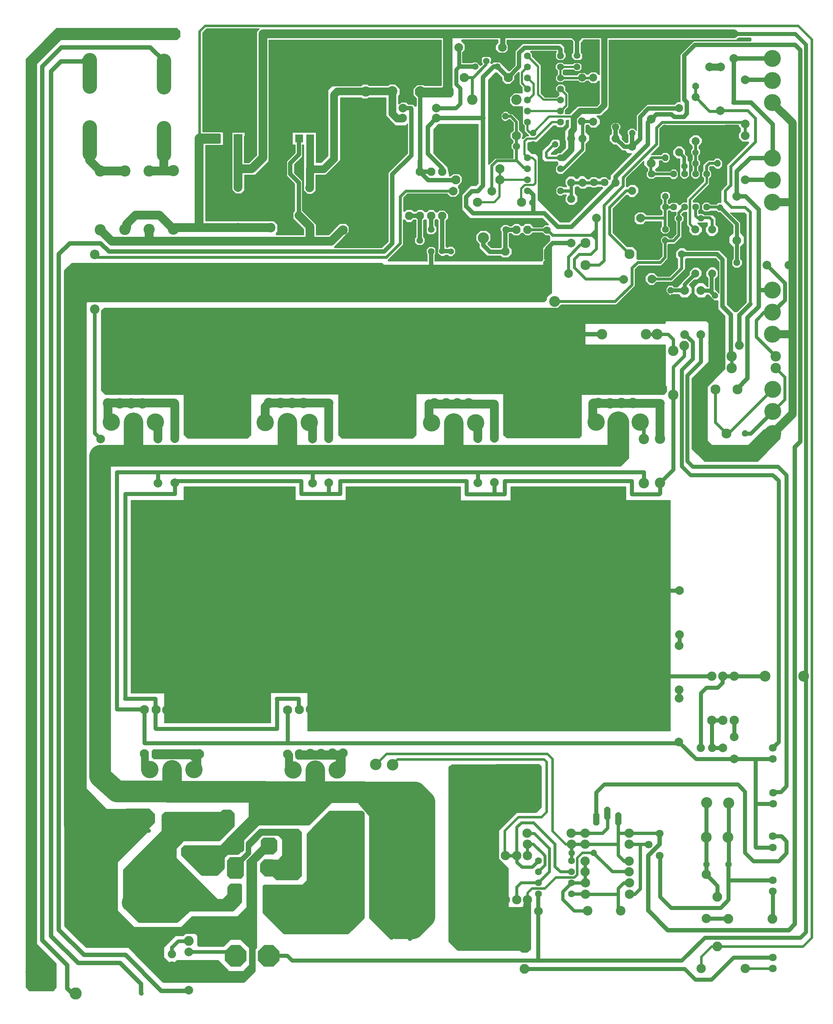
<source format=gbr>
%FSLAX34Y34*%
%MOMM*%
%LNCOPPER_BOTTOM*%
G71*
G01*
%ADD10C,4.000*%
%ADD11C,2.400*%
%ADD12C,2.000*%
%ADD13C,2.150*%
%ADD14C,2.100*%
%ADD15C,2.200*%
%ADD16C,3.000*%
%ADD17C,1.900*%
%ADD18C,2.000*%
%ADD19C,0.700*%
%ADD20C,2.500*%
%ADD21C,2.000*%
%ADD22C,1.600*%
%ADD23C,2.350*%
%ADD24C,1.850*%
%ADD25C,1.500*%
%ADD26C,2.100*%
%ADD27C,0.550*%
%ADD28C,0.900*%
%ADD29C,2.600*%
%ADD30C,2.000*%
%ADD31C,3.300*%
%ADD32C,1.000*%
%ADD33C,1.800*%
%ADD34C,0.150*%
%ADD35C,0.250*%
%ADD36C,1.550*%
%ADD37C,1.700*%
%ADD38C,1.850*%
%ADD39C,0.600*%
%ADD40C,1.400*%
%ADD41C,0.750*%
%ADD42C,1.800*%
%ADD43C,1.950*%
%ADD44C,1.400*%
%ADD45C,2.550*%
%ADD46C,1.700*%
%ADD47C,1.750*%
%ADD48C,2.300*%
%ADD49C,1.650*%
%ADD50C,1.600*%
%ADD51C,0.950*%
%ADD52C,2.500*%
%ADD53C,2.050*%
%ADD54C,1.900*%
%ADD55C,0.850*%
%ADD56C,2.250*%
%ADD57C,0.800*%
%ADD58C,1.800*%
%ADD59C,0.100*%
%ADD60C,3.200*%
%ADD61C,1.800*%
%ADD62C,2.650*%
%ADD63C,2.250*%
%ADD64C,0.500*%
%ADD65C,5.000*%
%ADD66C,4.500*%
%ADD67C,4.000*%
%ADD68C,1.250*%
%ADD69C,0.300*%
%ADD70C,2.800*%
%ADD71C,0.650*%
%ADD72C,0.200*%
%ADD73C,3.900*%
%LPD*%
X268233Y-970788D02*
G54D10*
D03*
X319033Y-970788D02*
G54D10*
D03*
X217533Y-970788D02*
G54D10*
D03*
X1006004Y-972194D02*
G54D10*
D03*
X1056804Y-972194D02*
G54D10*
D03*
X955304Y-972194D02*
G54D10*
D03*
X1385509Y-970728D02*
G54D10*
D03*
X1436309Y-970728D02*
G54D10*
D03*
X1334809Y-970728D02*
G54D10*
D03*
X209865Y-927344D02*
G54D11*
D03*
X209865Y-825744D02*
G54D11*
D03*
X363755Y-1109880D02*
G54D12*
D03*
X363755Y-1008280D02*
G54D12*
D03*
X325191Y-1111460D02*
G54D12*
D03*
X325191Y-1009860D02*
G54D12*
D03*
X413153Y-964266D02*
G54D10*
D03*
X500212Y-964854D02*
G54D10*
D03*
X499624Y-1142502D02*
G54D10*
D03*
X413153Y-1142502D02*
G54D10*
D03*
X623012Y-971135D02*
G54D10*
D03*
X673812Y-971135D02*
G54D10*
D03*
X572312Y-971135D02*
G54D10*
D03*
X236963Y-927570D02*
G54D11*
D03*
X236963Y-825970D02*
G54D11*
D03*
X262701Y-927302D02*
G54D11*
D03*
X262701Y-825702D02*
G54D11*
D03*
X288974Y-927302D02*
G54D11*
D03*
X288974Y-825702D02*
G54D11*
D03*
X580749Y-926766D02*
G54D11*
D03*
X580749Y-825166D02*
G54D11*
D03*
X607847Y-926993D02*
G54D11*
D03*
X607847Y-825394D02*
G54D11*
D03*
X633584Y-926726D02*
G54D11*
D03*
X633584Y-825126D02*
G54D11*
D03*
X659858Y-926726D02*
G54D11*
D03*
X659858Y-825126D02*
G54D11*
D03*
X962378Y-927500D02*
G54D11*
D03*
X962378Y-825900D02*
G54D11*
D03*
X989477Y-927727D02*
G54D11*
D03*
X989477Y-826127D02*
G54D11*
D03*
X1015214Y-927459D02*
G54D11*
D03*
X1015214Y-825859D02*
G54D11*
D03*
X1041487Y-927459D02*
G54D11*
D03*
X1041487Y-825859D02*
G54D11*
D03*
X1340052Y-926944D02*
G54D11*
D03*
X1340052Y-825344D02*
G54D11*
D03*
X1367150Y-927172D02*
G54D11*
D03*
X1367150Y-825572D02*
G54D11*
D03*
X1392888Y-926904D02*
G54D11*
D03*
X1392888Y-825304D02*
G54D11*
D03*
X1419161Y-926904D02*
G54D11*
D03*
X1419161Y-825304D02*
G54D11*
D03*
X676562Y-1733044D02*
G54D13*
D03*
X676562Y-1631444D02*
G54D13*
D03*
X701120Y-1733270D02*
G54D13*
D03*
X701120Y-1631670D02*
G54D13*
D03*
X726858Y-1733002D02*
G54D13*
D03*
X726857Y-1631402D02*
G54D13*
D03*
X751861Y-1733002D02*
G54D13*
D03*
X751861Y-1631402D02*
G54D13*
D03*
X345066Y-1734902D02*
G54D13*
D03*
X345066Y-1633302D02*
G54D13*
D03*
X369624Y-1735128D02*
G54D13*
D03*
X369624Y-1633528D02*
G54D13*
D03*
X395361Y-1734861D02*
G54D13*
D03*
X395361Y-1633260D02*
G54D13*
D03*
X420364Y-1734861D02*
G54D13*
D03*
X420364Y-1633260D02*
G54D13*
D03*
X650683Y-1734555D02*
G54D14*
D03*
X650683Y-1632955D02*
G54D14*
D03*
X623596Y-1734764D02*
G54D14*
D03*
X623596Y-1633164D02*
G54D14*
D03*
X320259Y-1734432D02*
G54D14*
D03*
X320259Y-1632832D02*
G54D14*
D03*
X293172Y-1734641D02*
G54D14*
D03*
X293172Y-1633041D02*
G54D14*
D03*
X356888Y-1771101D02*
G54D10*
D03*
X306088Y-1771101D02*
G54D10*
D03*
X407588Y-1771101D02*
G54D10*
D03*
X687549Y-1771630D02*
G54D10*
D03*
X636749Y-1771630D02*
G54D10*
D03*
X738249Y-1771630D02*
G54D10*
D03*
X718652Y-1110681D02*
G54D12*
D03*
X718652Y-1009081D02*
G54D12*
D03*
X681359Y-1110990D02*
G54D12*
D03*
X681359Y-1009390D02*
G54D12*
D03*
X1100614Y-1109864D02*
G54D12*
D03*
X1100614Y-1008264D02*
G54D12*
D03*
X1062050Y-1110172D02*
G54D12*
D03*
X1062050Y-1008572D02*
G54D12*
D03*
X1481920Y-1110523D02*
G54D11*
D03*
X1481920Y-1008923D02*
G54D11*
D03*
X1444626Y-1110832D02*
G54D11*
D03*
X1444626Y-1009232D02*
G54D11*
D03*
X795973Y-962775D02*
G54D10*
D03*
X883032Y-963364D02*
G54D10*
D03*
X882444Y-1141010D02*
G54D10*
D03*
X795973Y-1141010D02*
G54D10*
D03*
X1169069Y-974485D02*
G54D10*
D03*
X1256128Y-975074D02*
G54D10*
D03*
X1255540Y-1152720D02*
G54D10*
D03*
X1169069Y-1152720D02*
G54D10*
D03*
X192504Y-1111193D02*
G54D12*
D03*
X192504Y-1009593D02*
G54D12*
D03*
X179494Y-584221D02*
G54D15*
D03*
X179042Y-710480D02*
G54D15*
D03*
X838697Y-553876D02*
G54D15*
D03*
X838244Y-735076D02*
G54D15*
D03*
X338100Y-138640D02*
G54D16*
D03*
X338100Y-199640D02*
G54D16*
D03*
X338100Y-293640D02*
G54D16*
D03*
X338100Y-354640D02*
G54D16*
D03*
X167266Y-136616D02*
G54D16*
D03*
X167266Y-197616D02*
G54D16*
D03*
X167266Y-291615D02*
G54D16*
D03*
X167266Y-352615D02*
G54D16*
D03*
G36*
X449160Y-308101D02*
X467160Y-308101D01*
X467160Y-326101D01*
X449160Y-326101D01*
X449160Y-308101D01*
G37*
G36*
X474560Y-308101D02*
X492560Y-308101D01*
X492560Y-326101D01*
X474560Y-326101D01*
X474560Y-308101D01*
G37*
G36*
X499960Y-308101D02*
X517960Y-308101D01*
X517960Y-326101D01*
X499960Y-326101D01*
X499960Y-308101D01*
G37*
G36*
X615818Y-308101D02*
X633818Y-308101D01*
X633818Y-326101D01*
X615818Y-326101D01*
X615818Y-308101D01*
G37*
G36*
X641218Y-308101D02*
X659218Y-308101D01*
X659218Y-326101D01*
X641218Y-326101D01*
X641218Y-308101D01*
G37*
G36*
X666618Y-308101D02*
X684618Y-308101D01*
X684618Y-326101D01*
X666618Y-326101D01*
X666618Y-308101D01*
G37*
X675158Y-387866D02*
G54D17*
D03*
X649158Y-387866D02*
G54D17*
D03*
X483689Y-387607D02*
G54D17*
D03*
X509689Y-387607D02*
G54D17*
D03*
X674498Y-431573D02*
G54D12*
D03*
X624498Y-431573D02*
G54D12*
D03*
X509259Y-430797D02*
G54D12*
D03*
X459259Y-430797D02*
G54D12*
D03*
X675449Y-520132D02*
G54D18*
D03*
X675449Y-469132D02*
G54D18*
D03*
X509020Y-471113D02*
G54D18*
D03*
X509020Y-522113D02*
G54D18*
D03*
G54D19*
X626136Y-1737304D02*
X626136Y-1761017D01*
X636749Y-1771630D01*
G54D19*
X653223Y-1737095D02*
X752848Y-1737095D01*
X754401Y-1735542D01*
G54D19*
X738249Y-1771630D02*
X738249Y-1744394D01*
X729398Y-1735542D01*
X754401Y-1735542D01*
X754401Y-1774404D01*
X751639Y-1777166D01*
X743784Y-1777166D01*
X738249Y-1771630D01*
G36*
X620808Y-1777166D02*
X620808Y-1742632D01*
X626136Y-1737304D01*
X627059Y-1737304D01*
X632994Y-1736044D01*
X634213Y-1769094D01*
X636749Y-1771630D01*
X636749Y-1766565D01*
X625634Y-1755450D01*
X625634Y-1737806D01*
X626136Y-1737304D01*
X620808Y-1777166D01*
G37*
G54D19*
X620808Y-1777166D02*
X620808Y-1742632D01*
X626136Y-1737304D01*
X627059Y-1737304D01*
X632994Y-1736044D01*
X634213Y-1769094D01*
X636749Y-1771630D01*
X636749Y-1766565D01*
X625634Y-1755450D01*
X625634Y-1737806D01*
X626136Y-1737304D01*
X620808Y-1777166D01*
G36*
X738249Y-1771630D02*
X738249Y-1744394D01*
X729398Y-1735542D01*
X738249Y-1744394D01*
X647418Y-1744394D01*
X646778Y-1743754D01*
X646534Y-1743754D01*
X644582Y-1741924D01*
X644949Y-1731559D01*
X645436Y-1730095D01*
X748954Y-1730095D01*
X754401Y-1735542D01*
X754401Y-1755479D01*
X738249Y-1771630D01*
G37*
G54D19*
X738249Y-1771630D02*
X738249Y-1744394D01*
X729398Y-1735542D01*
X738249Y-1744394D01*
X647418Y-1744394D01*
X646778Y-1743754D01*
X646534Y-1743754D01*
X644582Y-1741924D01*
X644949Y-1731559D01*
X645436Y-1730095D01*
X748954Y-1730095D01*
X754401Y-1735542D01*
X754401Y-1755479D01*
X738249Y-1771630D01*
G36*
X306088Y-1771101D02*
X299619Y-1771101D01*
X291651Y-1779069D01*
X291651Y-1775045D01*
X289334Y-1772728D01*
X289334Y-1739749D01*
X294442Y-1734641D01*
X296004Y-1734641D01*
X300432Y-1739069D01*
X300432Y-1765444D01*
X306088Y-1771101D01*
G37*
G54D19*
X306088Y-1771101D02*
X299619Y-1771101D01*
X291651Y-1779069D01*
X291651Y-1775045D01*
X289334Y-1772728D01*
X289334Y-1739749D01*
X294442Y-1734641D01*
X296004Y-1734641D01*
X300432Y-1739069D01*
X300432Y-1765444D01*
X306088Y-1771101D01*
G36*
X407588Y-1771101D02*
X407588Y-1749856D01*
X400946Y-1743214D01*
X316319Y-1743214D01*
X314100Y-1740995D01*
X314100Y-1728951D01*
X315685Y-1727366D01*
X421073Y-1727366D01*
X421707Y-1726732D01*
X421707Y-1770789D01*
X418062Y-1774434D01*
X410921Y-1774434D01*
X407588Y-1771101D01*
G37*
G54D19*
X407588Y-1771101D02*
X407588Y-1749856D01*
X400946Y-1743214D01*
X316319Y-1743214D01*
X314100Y-1740995D01*
X314100Y-1728951D01*
X315685Y-1727366D01*
X421073Y-1727366D01*
X421707Y-1726732D01*
X421707Y-1770789D01*
X418062Y-1774434D01*
X410921Y-1774434D01*
X407588Y-1771101D01*
X782103Y-1886046D02*
G54D20*
D03*
X832903Y-1886046D02*
G54D20*
D03*
X294366Y-1886506D02*
G54D20*
D03*
X345166Y-1886506D02*
G54D20*
D03*
X395823Y-2190771D02*
G54D21*
D03*
X395823Y-2278656D02*
G54D21*
D03*
X1252854Y-279351D02*
G54D22*
D03*
X1252854Y-253951D02*
G54D22*
D03*
X1252854Y-228551D02*
G54D22*
D03*
X1252854Y-203151D02*
G54D22*
D03*
X1176654Y-279351D02*
G54D22*
D03*
X1176654Y-253951D02*
G54D22*
D03*
X1176654Y-228551D02*
G54D22*
D03*
X1176654Y-203151D02*
G54D22*
D03*
X1252854Y-177751D02*
G54D22*
D03*
X1176654Y-177751D02*
G54D22*
D03*
X1252854Y-152351D02*
G54D22*
D03*
X1252854Y-126951D02*
G54D22*
D03*
X1176654Y-152351D02*
G54D22*
D03*
X1176654Y-126951D02*
G54D22*
D03*
X1176671Y-361747D02*
G54D22*
D03*
X1176671Y-387147D02*
G54D22*
D03*
X1176671Y-412547D02*
G54D22*
D03*
X1176671Y-437947D02*
G54D22*
D03*
X1252871Y-361747D02*
G54D22*
D03*
X1252871Y-387147D02*
G54D22*
D03*
X1252871Y-412547D02*
G54D22*
D03*
X1252871Y-437947D02*
G54D22*
D03*
X865180Y-208564D02*
G54D23*
D03*
X803722Y-209153D02*
G54D23*
D03*
X929512Y-208238D02*
G54D23*
D03*
X990139Y-208238D02*
G54D23*
D03*
X889765Y-247706D02*
G54D24*
D03*
X966271Y-247434D02*
G54D24*
D03*
X966968Y-270431D02*
G54D24*
D03*
X889066Y-270780D02*
G54D24*
D03*
X1118791Y-107544D02*
G54D12*
D03*
X1018591Y-107544D02*
G54D12*
D03*
X1081439Y-139455D02*
G54D25*
D03*
X1056039Y-152155D02*
G54D25*
D03*
X1106839Y-152155D02*
G54D25*
D03*
X1049628Y-228397D02*
G54D11*
D03*
X1151228Y-228397D02*
G54D11*
D03*
X1030628Y-177267D02*
G54D26*
D03*
X1132228Y-177267D02*
G54D26*
D03*
G36*
X1247875Y-307688D02*
X1243634Y-311929D01*
X1237616Y-311929D01*
X1233375Y-307688D01*
X1233375Y-301670D01*
X1237616Y-297429D01*
X1243634Y-297429D01*
X1247875Y-301670D01*
X1247875Y-307688D01*
G37*
G36*
X1197075Y-307688D02*
X1192834Y-311929D01*
X1186816Y-311929D01*
X1182575Y-307688D01*
X1182575Y-301670D01*
X1186816Y-297429D01*
X1192834Y-297429D01*
X1197075Y-301670D01*
X1197075Y-307688D01*
G37*
G36*
X1247664Y-333738D02*
X1243423Y-337979D01*
X1237405Y-337979D01*
X1233164Y-333738D01*
X1233164Y-327720D01*
X1237405Y-323479D01*
X1243423Y-323479D01*
X1247664Y-327720D01*
X1247664Y-333738D01*
G37*
G36*
X1196864Y-333738D02*
X1192623Y-337979D01*
X1186605Y-337979D01*
X1182364Y-333738D01*
X1182364Y-327720D01*
X1186605Y-323479D01*
X1192623Y-323479D01*
X1196864Y-327720D01*
X1196864Y-333738D01*
G37*
G54D27*
X1176654Y-152351D02*
X1176584Y-152351D01*
X1163476Y-165458D01*
X1163476Y-189974D01*
X1176654Y-203151D01*
G54D27*
X1176654Y-228551D02*
X1178116Y-228551D01*
X1188012Y-218654D01*
X1188219Y-218654D01*
X1190693Y-216180D01*
X1190693Y-191790D01*
X1176654Y-177751D01*
G54D27*
X1176654Y-126951D02*
X1176654Y-127090D01*
X1201415Y-151850D01*
X1201415Y-216386D01*
X1213373Y-228345D01*
X1252648Y-228345D01*
X1252854Y-228551D01*
G54D27*
X1176654Y-253951D02*
X1252854Y-253951D01*
X1253953Y-253951D01*
X1266363Y-241541D01*
X1266363Y-216660D01*
X1252854Y-203151D01*
G54D27*
X1252854Y-152351D02*
X1252854Y-177751D01*
G54D27*
X1176654Y-279351D02*
X1176654Y-298380D01*
X1182397Y-304124D01*
X1189270Y-304124D01*
X1189825Y-304679D01*
X1189825Y-304202D01*
X1226633Y-267394D01*
X1285883Y-267394D01*
X1286955Y-266322D01*
G54D27*
X1176671Y-361747D02*
X1176671Y-361132D01*
X1169797Y-354258D01*
X1169797Y-323963D01*
X1175963Y-317796D01*
X1195266Y-317796D01*
X1233068Y-279995D01*
X1252210Y-279995D01*
X1252854Y-279351D01*
G54D28*
X966271Y-247434D02*
X1011115Y-247434D01*
X1021524Y-237026D01*
X1021524Y-201732D01*
X1012022Y-192229D01*
X1012022Y-158292D01*
X1018809Y-151505D01*
X1055295Y-151505D01*
X1056038Y-150762D01*
X1019552Y-150762D01*
X1018809Y-151505D01*
X1018809Y-107762D01*
X1018591Y-107544D01*
G54D19*
X1049628Y-228397D02*
X1049628Y-177347D01*
X1049578Y-177297D01*
X1030658Y-177297D01*
X1030628Y-177267D01*
X1051668Y-177267D01*
X1081002Y-147933D01*
X1081002Y-138498D01*
X1081438Y-138062D01*
X751802Y-452268D02*
G54D15*
D03*
X751802Y-528468D02*
G54D15*
D03*
X585107Y-446594D02*
G54D15*
D03*
X585107Y-522794D02*
G54D15*
D03*
X192006Y-392562D02*
G54D29*
D03*
X192006Y-527562D02*
G54D29*
D03*
X304157Y-392278D02*
G54D29*
D03*
X304157Y-527277D02*
G54D29*
D03*
X360311Y-526502D02*
G54D29*
D03*
X360311Y-391502D02*
G54D29*
D03*
X248583Y-527184D02*
G54D29*
D03*
X248583Y-392184D02*
G54D29*
D03*
G54D30*
X167266Y-291615D02*
X167266Y-352615D01*
X167266Y-367822D01*
X192006Y-392562D01*
X248204Y-392562D01*
X248583Y-392184D01*
G54D30*
X304157Y-392278D02*
X359536Y-392278D01*
X360311Y-391502D01*
G54D30*
X338100Y-293640D02*
X338100Y-390902D01*
X337406Y-391596D01*
G54D30*
X585107Y-522794D02*
X364020Y-522794D01*
X360311Y-526502D01*
X360311Y-526266D01*
X327994Y-493948D01*
X273288Y-493948D01*
X252700Y-514537D01*
X252700Y-523066D01*
X248583Y-527184D01*
G54D30*
X751802Y-528468D02*
X749945Y-528468D01*
X724457Y-553956D01*
G54D30*
X724457Y-553956D02*
X218401Y-553956D01*
X192006Y-527562D01*
G54D30*
X304157Y-527277D02*
X304157Y-549208D01*
X305454Y-550504D01*
G54D30*
X650136Y-494682D02*
X650136Y-494819D01*
X675449Y-520132D01*
X675449Y-552296D01*
X675223Y-552522D01*
G54D30*
X419714Y-515306D02*
X419714Y-316664D01*
X420619Y-315758D01*
X456817Y-315758D01*
X458160Y-317101D01*
G54D30*
X508960Y-317101D02*
X508960Y-430498D01*
X509259Y-430797D01*
G54D30*
X509689Y-387607D02*
X541078Y-387607D01*
X566773Y-361912D01*
X566773Y-76844D01*
X1651840Y-76844D01*
X1652293Y-76392D01*
G54D31*
X167266Y-197616D02*
X167266Y-136616D01*
G54D31*
X338100Y-199640D02*
X338100Y-138640D01*
G54D31*
X167266Y-291615D02*
X167266Y-352615D01*
G54D31*
X338100Y-293640D02*
X338100Y-354640D01*
G54D32*
X167266Y-136616D02*
X154195Y-136616D01*
X150494Y-140317D01*
X101164Y-140317D01*
X78644Y-162837D01*
X78644Y-2154258D01*
X140842Y-2216456D01*
X237893Y-2216456D01*
X286151Y-2264714D01*
X286151Y-2285893D01*
X286955Y-2286698D01*
G54D33*
X675618Y-317101D02*
X675618Y-430453D01*
X674498Y-431573D01*
X674498Y-388526D01*
X675158Y-387866D01*
X706430Y-387866D01*
X730121Y-364175D01*
X730121Y-216664D01*
X738266Y-208519D01*
X865134Y-208519D01*
X865180Y-208564D01*
X865180Y-259867D01*
X876275Y-270962D01*
X888883Y-270962D01*
X889066Y-270780D01*
G54D32*
X650218Y-317101D02*
X650218Y-354181D01*
X629868Y-374531D01*
X629868Y-399443D01*
X649498Y-419073D01*
X649498Y-494181D01*
X650136Y-494819D01*
G36*
X659910Y-359752D02*
X657349Y-359752D01*
X640032Y-377069D01*
X640032Y-397313D01*
X657593Y-414874D01*
X657593Y-483776D01*
X689666Y-515850D01*
X689666Y-539386D01*
X689788Y-539508D01*
X718324Y-539508D01*
X744300Y-513532D01*
X758080Y-513532D01*
X764910Y-520362D01*
X764910Y-533288D01*
X731861Y-566338D01*
X731861Y-569264D01*
X732105Y-569508D01*
X840763Y-569508D01*
X855763Y-554508D01*
X855763Y-396338D01*
X900398Y-351703D01*
X900398Y-284142D01*
X900519Y-284020D01*
X899666Y-284020D01*
X895885Y-287801D01*
X872714Y-287801D01*
X850641Y-265728D01*
X850641Y-224142D01*
X809788Y-224142D01*
X807349Y-226581D01*
X796495Y-226581D01*
X793934Y-224020D01*
X745276Y-224020D01*
X745276Y-367923D01*
X711861Y-401338D01*
X688568Y-401338D01*
X688446Y-401460D01*
X688446Y-437801D01*
X680398Y-445850D01*
X669544Y-445850D01*
X660763Y-437069D01*
X660763Y-332069D01*
X660885Y-331947D01*
X657958Y-331947D01*
X657958Y-359508D01*
X656739Y-360728D01*
X659910Y-359752D01*
G37*
G54D34*
X659910Y-359752D02*
X657349Y-359752D01*
X640032Y-377069D01*
X640032Y-397313D01*
X657593Y-414874D01*
X657593Y-483776D01*
X689666Y-515850D01*
X689666Y-539386D01*
X689788Y-539508D01*
X718324Y-539508D01*
X744300Y-513532D01*
X758080Y-513532D01*
X764910Y-520362D01*
X764910Y-533288D01*
X731861Y-566338D01*
X731861Y-569264D01*
X732105Y-569508D01*
X840763Y-569508D01*
X855763Y-554508D01*
X855763Y-396338D01*
X900398Y-351703D01*
X900398Y-284142D01*
X900519Y-284020D01*
X899666Y-284020D01*
X895885Y-287801D01*
X872714Y-287801D01*
X850641Y-265728D01*
X850641Y-224142D01*
X809788Y-224142D01*
X807349Y-226581D01*
X796495Y-226581D01*
X793934Y-224020D01*
X745276Y-224020D01*
X745276Y-367923D01*
X711861Y-401338D01*
X688568Y-401338D01*
X688446Y-401460D01*
X688446Y-437801D01*
X680398Y-445850D01*
X669544Y-445850D01*
X660763Y-437069D01*
X660763Y-332069D01*
X660885Y-331947D01*
X657958Y-331947D01*
X657958Y-359508D01*
X656739Y-360728D01*
X659910Y-359752D01*
G36*
X557464Y-64446D02*
X437625Y-64446D01*
X428242Y-73829D01*
X428242Y-301443D01*
X428510Y-301711D01*
X473818Y-301711D01*
X475159Y-303051D01*
X475159Y-332274D01*
X474623Y-332810D01*
X435212Y-332810D01*
X434676Y-333346D01*
X434676Y-506000D01*
X435212Y-506536D01*
X592317Y-506536D01*
X600628Y-514848D01*
X600628Y-532006D01*
X597411Y-535223D01*
X597411Y-538172D01*
X597679Y-538440D01*
X660145Y-538440D01*
X660414Y-538172D01*
X660414Y-527180D01*
X635480Y-502247D01*
X635480Y-487502D01*
X638966Y-484016D01*
X638966Y-422086D01*
X621003Y-404124D01*
X621003Y-369271D01*
X640574Y-349700D01*
X640574Y-332802D01*
X640840Y-332537D01*
X634342Y-332537D01*
X634025Y-332220D01*
X634025Y-302902D01*
X634183Y-302743D01*
X689492Y-302743D01*
X689968Y-303219D01*
X689968Y-371998D01*
X690126Y-372157D01*
X700744Y-372157D01*
X716275Y-356626D01*
X716275Y-205279D01*
X725784Y-195770D01*
X792028Y-195770D01*
X795990Y-191808D01*
X808351Y-191808D01*
X811838Y-195295D01*
X854786Y-195295D01*
X858589Y-191491D01*
X871426Y-191491D01*
X882995Y-203060D01*
X882995Y-216214D01*
X879508Y-219700D01*
X879508Y-236499D01*
X880301Y-237292D01*
X881252Y-237292D01*
X885214Y-233330D01*
X896941Y-233330D01*
X902012Y-238401D01*
X913106Y-238401D01*
X916909Y-242204D01*
X919128Y-242204D01*
X919603Y-241729D01*
X919603Y-224930D01*
X912472Y-217799D01*
X912472Y-202426D01*
X921822Y-193076D01*
X936878Y-193076D01*
X939255Y-195453D01*
X977924Y-195453D01*
X977924Y-90857D01*
X580935Y-90857D01*
X580618Y-90540D01*
X580618Y-369938D01*
X549239Y-401317D01*
X524199Y-401317D01*
X524199Y-437292D01*
X516592Y-444898D01*
X503280Y-444898D01*
X494722Y-436341D01*
X494722Y-302743D01*
X495039Y-302426D01*
X525467Y-302426D01*
X525784Y-302743D01*
X525784Y-310984D01*
X523407Y-313361D01*
X523407Y-372949D01*
X523724Y-373266D01*
X534342Y-373266D01*
X551616Y-355992D01*
X551616Y-70294D01*
X557464Y-64446D01*
G37*
G54D35*
X557464Y-64446D02*
X437625Y-64446D01*
X428242Y-73829D01*
X428242Y-301443D01*
X428510Y-301711D01*
X473818Y-301711D01*
X475159Y-303051D01*
X475159Y-332274D01*
X474623Y-332810D01*
X435212Y-332810D01*
X434676Y-333346D01*
X434676Y-506000D01*
X435212Y-506536D01*
X592317Y-506536D01*
X600628Y-514848D01*
X600628Y-532006D01*
X597411Y-535223D01*
X597411Y-538172D01*
X597679Y-538440D01*
X660145Y-538440D01*
X660414Y-538172D01*
X660414Y-527180D01*
X635480Y-502247D01*
X635480Y-487502D01*
X638966Y-484016D01*
X638966Y-422086D01*
X621003Y-404124D01*
X621003Y-369271D01*
X640574Y-349700D01*
X640574Y-332802D01*
X640840Y-332537D01*
X634342Y-332537D01*
X634025Y-332220D01*
X634025Y-302902D01*
X634183Y-302743D01*
X689492Y-302743D01*
X689968Y-303219D01*
X689968Y-371998D01*
X690126Y-372157D01*
X700744Y-372157D01*
X716275Y-356626D01*
X716275Y-205279D01*
X725784Y-195770D01*
X792028Y-195770D01*
X795990Y-191808D01*
X808351Y-191808D01*
X811838Y-195295D01*
X854786Y-195295D01*
X858589Y-191491D01*
X871426Y-191491D01*
X882995Y-203060D01*
X882995Y-216214D01*
X879508Y-219700D01*
X879508Y-236499D01*
X880301Y-237292D01*
X881252Y-237292D01*
X885214Y-233330D01*
X896941Y-233330D01*
X902012Y-238401D01*
X913106Y-238401D01*
X916909Y-242204D01*
X919128Y-242204D01*
X919603Y-241729D01*
X919603Y-224930D01*
X912472Y-217799D01*
X912472Y-202426D01*
X921822Y-193076D01*
X936878Y-193076D01*
X939255Y-195453D01*
X977924Y-195453D01*
X977924Y-90857D01*
X580935Y-90857D01*
X580618Y-90540D01*
X580618Y-369938D01*
X549239Y-401317D01*
X524199Y-401317D01*
X524199Y-437292D01*
X516592Y-444898D01*
X503280Y-444898D01*
X494722Y-436341D01*
X494722Y-302743D01*
X495039Y-302426D01*
X525467Y-302426D01*
X525784Y-302743D01*
X525784Y-310984D01*
X523407Y-313361D01*
X523407Y-372949D01*
X523724Y-373266D01*
X534342Y-373266D01*
X551616Y-355992D01*
X551616Y-70294D01*
X557464Y-64446D01*
G36*
X1114596Y-83881D02*
X1114596Y-103349D01*
X1118791Y-107544D01*
X1114596Y-83881D01*
G37*
G54D35*
X1114596Y-83881D02*
X1114596Y-103349D01*
X1118791Y-107544D01*
X1114596Y-83881D01*
G36*
X1124352Y-85972D02*
X1124352Y-101983D01*
X1118791Y-107544D01*
X1118791Y-99922D01*
X1116338Y-97470D01*
X1116338Y-85275D01*
X1112506Y-81442D01*
X1119822Y-81442D01*
X1124352Y-85972D01*
G37*
G54D35*
X1124352Y-85972D02*
X1124352Y-101983D01*
X1118791Y-107544D01*
X1118791Y-99922D01*
X1116338Y-97470D01*
X1116338Y-85275D01*
X1112506Y-81442D01*
X1119822Y-81442D01*
X1124352Y-85972D01*
G36*
X982995Y-84994D02*
X982995Y-198306D01*
X980459Y-200842D01*
X921347Y-200842D01*
X918336Y-203852D01*
X918336Y-214629D01*
X924675Y-220968D01*
X924675Y-382934D01*
X928724Y-393668D01*
X932757Y-383726D01*
X932916Y-383567D01*
X932916Y-221760D01*
X933549Y-221127D01*
X999794Y-221127D01*
X1004706Y-216214D01*
X1004706Y-203536D01*
X1002171Y-201000D01*
X1002171Y-82458D01*
X1004231Y-80398D01*
X989968Y-80398D01*
X982995Y-87371D01*
X982995Y-84994D01*
G37*
G54D35*
X982995Y-84994D02*
X982995Y-198306D01*
X980459Y-200842D01*
X921347Y-200842D01*
X918336Y-203852D01*
X918336Y-214629D01*
X924675Y-220968D01*
X924675Y-382934D01*
X928724Y-393668D01*
X932757Y-383726D01*
X932916Y-383567D01*
X932916Y-221760D01*
X933549Y-221127D01*
X999794Y-221127D01*
X1004706Y-216214D01*
X1004706Y-203536D01*
X1002171Y-201000D01*
X1002171Y-82458D01*
X1004231Y-80398D01*
X989968Y-80398D01*
X982995Y-87371D01*
X982995Y-84994D01*
X1099768Y-266468D02*
G54D36*
D03*
X1125768Y-266468D02*
G54D36*
D03*
X1049788Y-310710D02*
G54D26*
D03*
X1151388Y-310710D02*
G54D26*
D03*
X1051198Y-335254D02*
G54D37*
D03*
X1151398Y-335254D02*
G54D37*
D03*
X1011688Y-386910D02*
G54D26*
D03*
X1113288Y-386910D02*
G54D26*
D03*
X1011688Y-412310D02*
G54D26*
D03*
X1113288Y-412310D02*
G54D26*
D03*
G54D19*
X1094462Y-438708D02*
X1094462Y-380799D01*
X1106526Y-368735D01*
X1151566Y-368735D01*
X1167920Y-385089D01*
X1174613Y-385089D01*
X1176671Y-387147D01*
G54D19*
X1125768Y-266468D02*
X1138039Y-266468D01*
X1151298Y-279727D01*
X1151298Y-368467D01*
X1151566Y-368735D01*
G54D27*
X1176671Y-361747D02*
X1187742Y-361747D01*
X1194998Y-369003D01*
X1194998Y-420210D01*
X1190708Y-424499D01*
X1170894Y-424499D01*
X1162105Y-433288D01*
X1162105Y-462191D01*
X1163446Y-463532D01*
X1061288Y-463909D02*
G54D26*
D03*
X1162888Y-463909D02*
G54D26*
D03*
G54D27*
X1061288Y-463909D02*
X1099959Y-463909D01*
X1112472Y-451396D01*
X1112472Y-413126D01*
X1113288Y-412310D01*
X1113288Y-386910D01*
G54D27*
X1113288Y-412310D02*
X1176435Y-412310D01*
X1176671Y-412547D01*
X904231Y-466092D02*
G54D24*
D03*
X1403467Y-125634D02*
G54D24*
D03*
X1290732Y-152368D02*
G54D36*
D03*
X1290732Y-126368D02*
G54D36*
D03*
G54D27*
X1252854Y-152351D02*
X1290714Y-152351D01*
X1290732Y-152368D01*
G54D32*
X1252854Y-126951D02*
X1252854Y-113173D01*
X1248130Y-108448D01*
X1169841Y-108448D01*
X1157480Y-120810D01*
X1157480Y-152015D01*
X1132228Y-177267D01*
X1328432Y-177628D02*
G54D38*
D03*
X1328432Y-279228D02*
G54D38*
D03*
X1302185Y-278402D02*
G54D24*
D03*
X1302485Y-177214D02*
G54D24*
D03*
G54D32*
X1290732Y-126368D02*
X1290732Y-90964D01*
X1299941Y-81754D01*
G54D32*
X1290732Y-126368D02*
X1290732Y-92083D01*
X1278912Y-80263D01*
G54D32*
X1290732Y-126368D02*
X1290732Y-92083D01*
X1304649Y-77314D01*
G54D32*
X1290732Y-126368D02*
X1290732Y-92083D01*
X1278912Y-80263D01*
G54D39*
X1252854Y-177751D02*
X1328309Y-177751D01*
X1328432Y-177628D01*
G54D39*
X1240414Y-330729D02*
X1237789Y-330729D01*
X1219471Y-349047D01*
X1219471Y-359488D01*
X1221913Y-361930D01*
X1252688Y-361930D01*
X1252871Y-361747D01*
G54D40*
X1252871Y-361747D02*
X1258681Y-361747D01*
X1277314Y-343114D01*
X1277314Y-301651D01*
X1282889Y-296076D01*
X1282889Y-268898D01*
X1298568Y-253219D01*
X1340380Y-253219D01*
X1353272Y-240327D01*
X1353272Y-78654D01*
X1353969Y-77958D01*
X1303877Y-317568D02*
G54D38*
D03*
X1303877Y-419168D02*
G54D38*
D03*
X1277180Y-317568D02*
G54D38*
D03*
X1277180Y-419168D02*
G54D38*
D03*
G36*
X1246090Y-468089D02*
X1241849Y-472330D01*
X1235831Y-472330D01*
X1231590Y-468089D01*
X1231590Y-462071D01*
X1235831Y-457830D01*
X1241849Y-457830D01*
X1246090Y-462071D01*
X1246090Y-468089D01*
G37*
G36*
X1195290Y-468089D02*
X1191049Y-472330D01*
X1185031Y-472330D01*
X1180790Y-468089D01*
X1180790Y-462071D01*
X1185031Y-457830D01*
X1191049Y-457830D01*
X1195290Y-462071D01*
X1195290Y-468089D01*
G37*
G54D41*
X1252871Y-387147D02*
X1259048Y-387147D01*
X1303877Y-342318D01*
X1303877Y-317568D01*
X1303877Y-280094D01*
X1302185Y-278402D01*
X1327606Y-278402D01*
X1328432Y-279228D01*
X1277662Y-456703D02*
G54D38*
D03*
X1277662Y-558303D02*
G54D38*
D03*
X1330128Y-418429D02*
G54D42*
D03*
X1330428Y-317242D02*
G54D42*
D03*
X1354730Y-317394D02*
G54D42*
D03*
X1354430Y-418581D02*
G54D42*
D03*
G54D41*
X1277662Y-456703D02*
X1277662Y-419651D01*
X1277180Y-419168D01*
X1353843Y-419168D01*
X1354430Y-418581D01*
G54D41*
X1252871Y-437947D02*
X1276906Y-437947D01*
X1276965Y-437888D01*
G36*
X1262826Y-288574D02*
X1262558Y-288574D01*
X1258805Y-292328D01*
X1245936Y-292328D01*
X1241379Y-287770D01*
X1236553Y-287770D01*
X1198215Y-326108D01*
X1180253Y-326108D01*
X1177304Y-329056D01*
X1177304Y-343534D01*
X1186419Y-352649D01*
X1195534Y-352649D01*
X1201432Y-358547D01*
X1201432Y-459352D01*
X1251834Y-509754D01*
X1272746Y-509754D01*
X1350494Y-432006D01*
X1350494Y-430933D01*
X1348885Y-429325D01*
X1336800Y-429325D01*
X1334666Y-431460D01*
X1324910Y-431460D01*
X1322836Y-429386D01*
X1314300Y-429386D01*
X1310276Y-433410D01*
X1298202Y-433410D01*
X1293446Y-428654D01*
X1288812Y-428654D01*
X1286495Y-430972D01*
X1286495Y-444264D01*
X1292958Y-450728D01*
X1292958Y-462191D01*
X1284178Y-470972D01*
X1272105Y-470972D01*
X1263568Y-462435D01*
X1263568Y-452191D01*
X1265885Y-449874D01*
X1265885Y-447679D01*
X1266007Y-447557D01*
X1258812Y-447557D01*
X1256617Y-449752D01*
X1248202Y-449752D01*
X1242227Y-443776D01*
X1242227Y-432679D01*
X1248202Y-426703D01*
X1256495Y-426703D01*
X1258934Y-429142D01*
X1266129Y-429142D01*
X1266495Y-429508D01*
X1266495Y-426338D01*
X1263812Y-423654D01*
X1263812Y-412801D01*
X1272349Y-404264D01*
X1283080Y-404264D01*
X1289178Y-410362D01*
X1292105Y-410362D01*
X1298812Y-403654D01*
X1307227Y-403654D01*
X1314422Y-410850D01*
X1319056Y-410850D01*
X1323934Y-405972D01*
X1335276Y-405972D01*
X1338812Y-409508D01*
X1344300Y-409508D01*
X1348080Y-405728D01*
X1358080Y-405728D01*
X1364056Y-411703D01*
X1366861Y-411703D01*
X1367714Y-410850D01*
X1367714Y-402435D01*
X1417349Y-352801D01*
X1412105Y-352801D01*
X1410641Y-351338D01*
X1407227Y-351338D01*
X1401983Y-346094D01*
X1395032Y-346094D01*
X1381495Y-332557D01*
X1375032Y-332557D01*
X1365763Y-323288D01*
X1365763Y-311216D01*
X1370154Y-306825D01*
X1370154Y-296338D01*
X1368446Y-294630D01*
X1368446Y-287679D01*
X1374910Y-281216D01*
X1385276Y-281216D01*
X1391373Y-287313D01*
X1391373Y-294264D01*
X1387836Y-297801D01*
X1387836Y-304508D01*
X1394910Y-311581D01*
X1394910Y-319874D01*
X1402227Y-327191D01*
X1406861Y-327191D01*
X1408446Y-325606D01*
X1408446Y-309264D01*
X1406983Y-307801D01*
X1406983Y-300362D01*
X1413202Y-294142D01*
X1422105Y-294142D01*
X1426739Y-298776D01*
X1427593Y-298776D01*
X1427836Y-299020D01*
X1427836Y-264142D01*
X1452349Y-239630D01*
X1372593Y-239630D01*
X1346861Y-265362D01*
X1337181Y-265362D01*
X1336260Y-266284D01*
X1336672Y-266284D01*
X1344507Y-274118D01*
X1344507Y-283809D01*
X1335023Y-293294D01*
X1323064Y-293294D01*
X1316672Y-286902D01*
X1313167Y-286902D01*
X1311105Y-288964D01*
X1311105Y-302366D01*
X1319765Y-311026D01*
X1319765Y-322366D01*
X1311518Y-330613D01*
X1311518Y-346284D01*
X1258116Y-399686D01*
X1247394Y-399686D01*
X1241621Y-393912D01*
X1241621Y-382984D01*
X1246775Y-377830D01*
X1246775Y-373294D01*
X1244714Y-371232D01*
X1216466Y-371232D01*
X1210693Y-365458D01*
X1210693Y-345871D01*
X1227806Y-328758D01*
X1227806Y-327314D01*
X1235229Y-319892D01*
X1248219Y-319892D01*
X1251930Y-323603D01*
X1251930Y-334324D01*
X1244301Y-341954D01*
X1241415Y-341954D01*
X1231724Y-351644D01*
X1231724Y-353912D01*
X1232136Y-354324D01*
X1243476Y-354324D01*
X1246982Y-350820D01*
X1252549Y-350820D01*
X1264507Y-338861D01*
X1264507Y-323809D01*
X1262652Y-321954D01*
X1262652Y-299686D01*
X1271724Y-290613D01*
X1271724Y-276180D01*
X1272549Y-275356D01*
X1266775Y-275356D01*
X1265538Y-276592D01*
X1265538Y-285594D01*
X1262558Y-288574D01*
X1262826Y-288574D01*
G37*
G54D34*
X1262826Y-288574D02*
X1262558Y-288574D01*
X1258805Y-292328D01*
X1245936Y-292328D01*
X1241379Y-287770D01*
X1236553Y-287770D01*
X1198215Y-326108D01*
X1180253Y-326108D01*
X1177304Y-329056D01*
X1177304Y-343534D01*
X1186419Y-352649D01*
X1195534Y-352649D01*
X1201432Y-358547D01*
X1201432Y-459352D01*
X1251834Y-509754D01*
X1272746Y-509754D01*
X1350494Y-432006D01*
X1350494Y-430933D01*
X1348885Y-429325D01*
X1336800Y-429325D01*
X1334666Y-431460D01*
X1324910Y-431460D01*
X1322836Y-429386D01*
X1314300Y-429386D01*
X1310276Y-433410D01*
X1298202Y-433410D01*
X1293446Y-428654D01*
X1288812Y-428654D01*
X1286495Y-430972D01*
X1286495Y-444264D01*
X1292958Y-450728D01*
X1292958Y-462191D01*
X1284178Y-470972D01*
X1272105Y-470972D01*
X1263568Y-462435D01*
X1263568Y-452191D01*
X1265885Y-449874D01*
X1265885Y-447679D01*
X1266007Y-447557D01*
X1258812Y-447557D01*
X1256617Y-449752D01*
X1248202Y-449752D01*
X1242227Y-443776D01*
X1242227Y-432679D01*
X1248202Y-426703D01*
X1256495Y-426703D01*
X1258934Y-429142D01*
X1266129Y-429142D01*
X1266495Y-429508D01*
X1266495Y-426338D01*
X1263812Y-423654D01*
X1263812Y-412801D01*
X1272349Y-404264D01*
X1283080Y-404264D01*
X1289178Y-410362D01*
X1292105Y-410362D01*
X1298812Y-403654D01*
X1307227Y-403654D01*
X1314422Y-410850D01*
X1319056Y-410850D01*
X1323934Y-405972D01*
X1335276Y-405972D01*
X1338812Y-409508D01*
X1344300Y-409508D01*
X1348080Y-405728D01*
X1358080Y-405728D01*
X1364056Y-411703D01*
X1366861Y-411703D01*
X1367714Y-410850D01*
X1367714Y-402435D01*
X1417349Y-352801D01*
X1412105Y-352801D01*
X1410641Y-351338D01*
X1407227Y-351338D01*
X1401983Y-346094D01*
X1395032Y-346094D01*
X1381495Y-332557D01*
X1375032Y-332557D01*
X1365763Y-323288D01*
X1365763Y-311216D01*
X1370154Y-306825D01*
X1370154Y-296338D01*
X1368446Y-294630D01*
X1368446Y-287679D01*
X1374910Y-281216D01*
X1385276Y-281216D01*
X1391373Y-287313D01*
X1391373Y-294264D01*
X1387836Y-297801D01*
X1387836Y-304508D01*
X1394910Y-311581D01*
X1394910Y-319874D01*
X1402227Y-327191D01*
X1406861Y-327191D01*
X1408446Y-325606D01*
X1408446Y-309264D01*
X1406983Y-307801D01*
X1406983Y-300362D01*
X1413202Y-294142D01*
X1422105Y-294142D01*
X1426739Y-298776D01*
X1427593Y-298776D01*
X1427836Y-299020D01*
X1427836Y-264142D01*
X1452349Y-239630D01*
X1372593Y-239630D01*
X1346861Y-265362D01*
X1337181Y-265362D01*
X1336260Y-266284D01*
X1336672Y-266284D01*
X1344507Y-274118D01*
X1344507Y-283809D01*
X1335023Y-293294D01*
X1323064Y-293294D01*
X1316672Y-286902D01*
X1313167Y-286902D01*
X1311105Y-288964D01*
X1311105Y-302366D01*
X1319765Y-311026D01*
X1319765Y-322366D01*
X1311518Y-330613D01*
X1311518Y-346284D01*
X1258116Y-399686D01*
X1247394Y-399686D01*
X1241621Y-393912D01*
X1241621Y-382984D01*
X1246775Y-377830D01*
X1246775Y-373294D01*
X1244714Y-371232D01*
X1216466Y-371232D01*
X1210693Y-365458D01*
X1210693Y-345871D01*
X1227806Y-328758D01*
X1227806Y-327314D01*
X1235229Y-319892D01*
X1248219Y-319892D01*
X1251930Y-323603D01*
X1251930Y-334324D01*
X1244301Y-341954D01*
X1241415Y-341954D01*
X1231724Y-351644D01*
X1231724Y-353912D01*
X1232136Y-354324D01*
X1243476Y-354324D01*
X1246982Y-350820D01*
X1252549Y-350820D01*
X1264507Y-338861D01*
X1264507Y-323809D01*
X1262652Y-321954D01*
X1262652Y-299686D01*
X1271724Y-290613D01*
X1271724Y-276180D01*
X1272549Y-275356D01*
X1266775Y-275356D01*
X1265538Y-276592D01*
X1265538Y-285594D01*
X1262558Y-288574D01*
X1262826Y-288574D01*
G54D30*
X363755Y-1008280D02*
X363755Y-927356D01*
X363288Y-926890D01*
X210319Y-926890D01*
X209865Y-927344D01*
X209865Y-963119D01*
X217533Y-970788D01*
G54D30*
X325191Y-1009860D02*
X325191Y-976946D01*
X319033Y-970788D01*
G54D30*
X718652Y-1009081D02*
X718652Y-927408D01*
X719171Y-926890D01*
G54D30*
X572312Y-971135D02*
X572312Y-935203D01*
X580749Y-926766D01*
X718011Y-926766D01*
X718652Y-927408D01*
G54D30*
X681359Y-1009390D02*
X681359Y-978682D01*
X673812Y-971135D01*
G54D30*
X1062050Y-1008572D02*
X1062050Y-977440D01*
X1056804Y-972194D01*
G54D30*
X1100614Y-1008264D02*
X1100614Y-928976D01*
X1100709Y-928881D01*
X950483Y-928881D01*
X950030Y-928428D01*
X950030Y-966920D01*
X955304Y-972194D01*
G54D30*
X1481920Y-1008923D02*
X1481920Y-928259D01*
X1482700Y-927478D01*
X1340586Y-927478D01*
X1340052Y-926944D01*
X1327940Y-926944D01*
X1327406Y-927478D01*
X1327406Y-963324D01*
X1334809Y-970728D01*
X802300Y-495772D02*
G54D43*
D03*
X903900Y-495772D02*
G54D43*
D03*
X928724Y-393668D02*
G54D43*
D03*
X928724Y-495268D02*
G54D43*
D03*
X954317Y-393986D02*
G54D43*
D03*
X954317Y-495586D02*
G54D43*
D03*
X979753Y-393986D02*
G54D43*
D03*
X979753Y-495586D02*
G54D43*
D03*
X928764Y-552410D02*
G54D36*
D03*
X954515Y-527364D02*
G54D36*
D03*
X954783Y-578034D02*
G54D36*
D03*
X1000558Y-577582D02*
G54D44*
D03*
X1000258Y-678770D02*
G54D44*
D03*
X979442Y-576932D02*
G54D44*
D03*
X978906Y-716610D02*
G54D44*
D03*
X1024352Y-577958D02*
G54D43*
D03*
X1125952Y-577958D02*
G54D43*
D03*
X1074875Y-546250D02*
G54D45*
D03*
X1127088Y-527772D02*
G54D46*
D03*
X1102000Y-527772D02*
G54D46*
D03*
X1150776Y-527593D02*
G54D43*
D03*
X1150776Y-629193D02*
G54D43*
D03*
X1176767Y-527448D02*
G54D43*
D03*
X1176767Y-629048D02*
G54D43*
D03*
X1221702Y-528468D02*
G54D47*
D03*
X1221702Y-604668D02*
G54D47*
D03*
X1208854Y-627976D02*
G54D45*
D03*
X1589530Y-399498D02*
G54D22*
D03*
X1564130Y-399498D02*
G54D22*
D03*
X1538730Y-399498D02*
G54D22*
D03*
X1513330Y-399498D02*
G54D22*
D03*
X1589531Y-475698D02*
G54D22*
D03*
X1564131Y-475698D02*
G54D22*
D03*
X1538730Y-475698D02*
G54D22*
D03*
X1513330Y-475698D02*
G54D22*
D03*
G54D32*
X889765Y-247706D02*
X907785Y-247706D01*
X909043Y-248964D01*
X909043Y-356350D01*
X865032Y-400362D01*
X865032Y-559142D01*
X846007Y-578167D01*
X211983Y-578167D01*
X193080Y-559264D01*
X121373Y-559264D01*
X96617Y-584020D01*
X96617Y-2139874D01*
X154422Y-2197679D01*
X250276Y-2197679D01*
X332593Y-2279996D01*
X394484Y-2279996D01*
X395823Y-2278656D01*
G54D32*
X954317Y-393986D02*
X929042Y-393986D01*
X928724Y-393668D01*
G54D32*
X928724Y-393668D02*
X928778Y-393668D01*
X948349Y-413239D01*
X1010759Y-413239D01*
X1011688Y-412310D01*
G54D32*
X979753Y-393986D02*
X979753Y-385662D01*
X946741Y-352649D01*
X946741Y-290658D01*
X966968Y-270431D01*
G54D32*
X966968Y-270431D02*
X1074710Y-270431D01*
X1074891Y-270612D01*
G54D32*
X1176671Y-437947D02*
X1180913Y-437947D01*
X1190074Y-447108D01*
X1190074Y-463045D01*
X1188040Y-465080D01*
G54D32*
X1190074Y-447108D02*
X1190074Y-489376D01*
X1050899Y-489376D01*
X1035023Y-473500D01*
X1035023Y-452263D01*
X1048631Y-438654D01*
X1061827Y-438654D01*
X1074404Y-426077D01*
X1074404Y-176386D01*
X1098528Y-152263D01*
X1106731Y-152263D01*
X1106839Y-152155D01*
X1107116Y-152155D01*
X1132228Y-177267D01*
G54D32*
X903900Y-495772D02*
X928219Y-495772D01*
X928724Y-495268D01*
X928724Y-552370D01*
X928764Y-552410D01*
G54D32*
X954515Y-527364D02*
X954515Y-495784D01*
X954317Y-495586D01*
G54D32*
X979753Y-495586D02*
X979753Y-576622D01*
X979442Y-576932D01*
X999907Y-576932D01*
X1000558Y-577582D01*
G54D32*
X1074875Y-546250D02*
X1074875Y-563089D01*
X1090172Y-578386D01*
X1125523Y-578386D01*
X1125952Y-577958D01*
X1125952Y-528907D01*
X1127088Y-527772D01*
X1150598Y-527772D01*
X1150776Y-527593D01*
G36*
X900384Y-445046D02*
X900178Y-445046D01*
X891105Y-454118D01*
X891105Y-484634D01*
X892136Y-485665D01*
X893580Y-485665D01*
X898322Y-480922D01*
X910074Y-480922D01*
X914817Y-485665D01*
X919765Y-485665D01*
X924301Y-481129D01*
X934817Y-481129D01*
X939971Y-486284D01*
X944507Y-486284D01*
X949456Y-481335D01*
X960177Y-481335D01*
X965951Y-487108D01*
X969250Y-487108D01*
X975023Y-481335D01*
X986363Y-481335D01*
X994610Y-489582D01*
X994610Y-501129D01*
X988631Y-507108D01*
X988631Y-565871D01*
X991105Y-568345D01*
X993167Y-568345D01*
X995435Y-566077D01*
X1003889Y-566077D01*
X1010899Y-573088D01*
X1010899Y-581747D01*
X1003270Y-589376D01*
X996054Y-589376D01*
X993167Y-586490D01*
X987394Y-586490D01*
X984714Y-589170D01*
X977291Y-589170D01*
X970074Y-581954D01*
X970074Y-572469D01*
X971105Y-571438D01*
X971105Y-506283D01*
X968631Y-503809D01*
X964714Y-503809D01*
X962858Y-505665D01*
X962858Y-517282D01*
X967069Y-521494D01*
X967069Y-531763D01*
X961827Y-537005D01*
X961827Y-537211D01*
X960177Y-538861D01*
X948219Y-538861D01*
X943889Y-534531D01*
X943889Y-505046D01*
X938734Y-505046D01*
X937085Y-506696D01*
X937085Y-544222D01*
X940177Y-547314D01*
X940177Y-557005D01*
X935848Y-561335D01*
X935848Y-561450D01*
X934122Y-563176D01*
X922865Y-563176D01*
X916767Y-557078D01*
X916767Y-547322D01*
X919581Y-544508D01*
X919581Y-505765D01*
X920050Y-505296D01*
X914234Y-505296D01*
X908793Y-510737D01*
X899225Y-510737D01*
X893409Y-504921D01*
X890688Y-504921D01*
X890313Y-505296D01*
X890313Y-562613D01*
X855510Y-597416D01*
X855510Y-600137D01*
X944910Y-600137D01*
X945191Y-600418D01*
X945191Y-583251D01*
X943503Y-581562D01*
X943503Y-572932D01*
X949788Y-566647D01*
X959919Y-566647D01*
X964610Y-571338D01*
X964610Y-583439D01*
X962827Y-585221D01*
X962827Y-599762D01*
X963202Y-600137D01*
X1209262Y-600137D01*
X1211795Y-597604D01*
X1211795Y-569649D01*
X1228493Y-552951D01*
X1228493Y-543476D01*
X1226242Y-541225D01*
X1218362Y-541225D01*
X1211326Y-534189D01*
X1189094Y-534189D01*
X1181870Y-541412D01*
X1172114Y-541412D01*
X1166110Y-535409D01*
X1162827Y-535409D01*
X1156823Y-541412D01*
X1145097Y-541412D01*
X1139656Y-535972D01*
X1134497Y-535972D01*
X1134403Y-536066D01*
X1134403Y-565521D01*
X1141251Y-572369D01*
X1141251Y-583439D01*
X1132621Y-592069D01*
X1119206Y-592069D01*
X1114891Y-587754D01*
X1083465Y-587754D01*
X1065923Y-570212D01*
X1065923Y-560643D01*
X1057762Y-552482D01*
X1057762Y-539630D01*
X1068268Y-529124D01*
X1082527Y-529124D01*
X1091720Y-538317D01*
X1091720Y-552294D01*
X1085341Y-558673D01*
X1085341Y-561018D01*
X1093878Y-569555D01*
X1114516Y-569555D01*
X1116580Y-567491D01*
X1116580Y-532219D01*
X1113765Y-529405D01*
X1113765Y-523870D01*
X1121364Y-516272D01*
X1059911Y-512284D01*
X900384Y-445046D01*
G37*
G54D34*
X900384Y-445046D02*
X900178Y-445046D01*
X891105Y-454118D01*
X891105Y-484634D01*
X892136Y-485665D01*
X893580Y-485665D01*
X898322Y-480922D01*
X910074Y-480922D01*
X914817Y-485665D01*
X919765Y-485665D01*
X924301Y-481129D01*
X934817Y-481129D01*
X939971Y-486284D01*
X944507Y-486284D01*
X949456Y-481335D01*
X960177Y-481335D01*
X965951Y-487108D01*
X969250Y-487108D01*
X975023Y-481335D01*
X986363Y-481335D01*
X994610Y-489582D01*
X994610Y-501129D01*
X988631Y-507108D01*
X988631Y-565871D01*
X991105Y-568345D01*
X993167Y-568345D01*
X995435Y-566077D01*
X1003889Y-566077D01*
X1010899Y-573088D01*
X1010899Y-581747D01*
X1003270Y-589376D01*
X996054Y-589376D01*
X993167Y-586490D01*
X987394Y-586490D01*
X984714Y-589170D01*
X977291Y-589170D01*
X970074Y-581954D01*
X970074Y-572469D01*
X971105Y-571438D01*
X971105Y-506283D01*
X968631Y-503809D01*
X964714Y-503809D01*
X962858Y-505665D01*
X962858Y-517282D01*
X967069Y-521494D01*
X967069Y-531763D01*
X961827Y-537005D01*
X961827Y-537211D01*
X960177Y-538861D01*
X948219Y-538861D01*
X943889Y-534531D01*
X943889Y-505046D01*
X938734Y-505046D01*
X937085Y-506696D01*
X937085Y-544222D01*
X940177Y-547314D01*
X940177Y-557005D01*
X935848Y-561335D01*
X935848Y-561450D01*
X934122Y-563176D01*
X922865Y-563176D01*
X916767Y-557078D01*
X916767Y-547322D01*
X919581Y-544508D01*
X919581Y-505765D01*
X920050Y-505296D01*
X914234Y-505296D01*
X908793Y-510737D01*
X899225Y-510737D01*
X893409Y-504921D01*
X890688Y-504921D01*
X890313Y-505296D01*
X890313Y-562613D01*
X855510Y-597416D01*
X855510Y-600137D01*
X944910Y-600137D01*
X945191Y-600418D01*
X945191Y-583251D01*
X943503Y-581562D01*
X943503Y-572932D01*
X949788Y-566647D01*
X959919Y-566647D01*
X964610Y-571338D01*
X964610Y-583439D01*
X962827Y-585221D01*
X962827Y-599762D01*
X963202Y-600137D01*
X1209262Y-600137D01*
X1211795Y-597604D01*
X1211795Y-569649D01*
X1228493Y-552951D01*
X1228493Y-543476D01*
X1226242Y-541225D01*
X1218362Y-541225D01*
X1211326Y-534189D01*
X1189094Y-534189D01*
X1181870Y-541412D01*
X1172114Y-541412D01*
X1166110Y-535409D01*
X1162827Y-535409D01*
X1156823Y-541412D01*
X1145097Y-541412D01*
X1139656Y-535972D01*
X1134497Y-535972D01*
X1134403Y-536066D01*
X1134403Y-565521D01*
X1141251Y-572369D01*
X1141251Y-583439D01*
X1132621Y-592069D01*
X1119206Y-592069D01*
X1114891Y-587754D01*
X1083465Y-587754D01*
X1065923Y-570212D01*
X1065923Y-560643D01*
X1057762Y-552482D01*
X1057762Y-539630D01*
X1068268Y-529124D01*
X1082527Y-529124D01*
X1091720Y-538317D01*
X1091720Y-552294D01*
X1085341Y-558673D01*
X1085341Y-561018D01*
X1093878Y-569555D01*
X1114516Y-569555D01*
X1116580Y-567491D01*
X1116580Y-532219D01*
X1113765Y-529405D01*
X1113765Y-523870D01*
X1121364Y-516272D01*
X1059911Y-512284D01*
X900384Y-445046D01*
G36*
X975641Y-285046D02*
X971930Y-285046D01*
X960384Y-296592D01*
X960384Y-351644D01*
X993373Y-384634D01*
X975641Y-285046D01*
G37*
G54D34*
X975641Y-285046D02*
X971930Y-285046D01*
X960384Y-296592D01*
X960384Y-351644D01*
X993373Y-384634D01*
X975641Y-285046D01*
G36*
X973644Y-284994D02*
X1062868Y-284994D01*
X1063185Y-284677D01*
X1063185Y-420968D01*
X1057955Y-426198D01*
X1046228Y-426198D01*
X1025467Y-446959D01*
X1025467Y-482300D01*
X1044643Y-501476D01*
X1210887Y-501476D01*
X1224675Y-515263D01*
X1224675Y-515653D01*
X1223866Y-516461D01*
X1217229Y-516461D01*
X1212106Y-521584D01*
X1190894Y-521584D01*
X1183823Y-514513D01*
X1183823Y-513792D01*
X1183318Y-513286D01*
X1171702Y-513286D01*
X1166219Y-518770D01*
X1162178Y-518770D01*
X1156406Y-512998D01*
X1146594Y-512998D01*
X1140389Y-519203D01*
X1134825Y-519203D01*
X1131218Y-515595D01*
X1122040Y-515595D01*
X1120094Y-517542D01*
X1020030Y-517542D01*
X985093Y-482605D01*
X971256Y-482605D01*
X961917Y-473266D01*
X926064Y-473266D01*
X899114Y-446316D01*
X899114Y-445896D01*
X899794Y-445216D01*
X990919Y-445216D01*
X999001Y-453298D01*
X1016658Y-456035D01*
X1033241Y-399254D01*
X973644Y-284994D01*
G37*
G54D34*
X973644Y-284994D02*
X1062868Y-284994D01*
X1063185Y-284677D01*
X1063185Y-420968D01*
X1057955Y-426198D01*
X1046228Y-426198D01*
X1025467Y-446959D01*
X1025467Y-482300D01*
X1044643Y-501476D01*
X1210887Y-501476D01*
X1224675Y-515263D01*
X1224675Y-515653D01*
X1223866Y-516461D01*
X1217229Y-516461D01*
X1212106Y-521584D01*
X1190894Y-521584D01*
X1183823Y-514513D01*
X1183823Y-513792D01*
X1183318Y-513286D01*
X1171702Y-513286D01*
X1166219Y-518770D01*
X1162178Y-518770D01*
X1156406Y-512998D01*
X1146594Y-512998D01*
X1140389Y-519203D01*
X1134825Y-519203D01*
X1131218Y-515595D01*
X1122040Y-515595D01*
X1120094Y-517542D01*
X1020030Y-517542D01*
X985093Y-482605D01*
X971256Y-482605D01*
X961917Y-473266D01*
X926064Y-473266D01*
X899114Y-446316D01*
X899114Y-445896D01*
X899794Y-445216D01*
X990919Y-445216D01*
X999001Y-453298D01*
X1016658Y-456035D01*
X1033241Y-399254D01*
X973644Y-284994D01*
G36*
X971930Y-285046D02*
X960384Y-296592D01*
X960384Y-351644D01*
X993373Y-384634D01*
X993373Y-384717D01*
X996974Y-388317D01*
X996974Y-403795D01*
X996317Y-404452D01*
X999506Y-404452D01*
X1005229Y-398730D01*
X1019112Y-398730D01*
X1026054Y-405672D01*
X1026054Y-418054D01*
X1017142Y-426966D01*
X1017142Y-431094D01*
X1019957Y-433908D01*
X1019957Y-444039D01*
X1011138Y-452857D01*
X998560Y-452857D01*
X990919Y-445216D01*
X990919Y-455245D01*
X993972Y-458298D01*
X1021270Y-458298D01*
X1025398Y-454170D01*
X1025398Y-424152D01*
X1039375Y-410174D01*
X1039375Y-396776D01*
X1041621Y-394531D01*
X1041621Y-344428D01*
X984095Y-286902D01*
X983889Y-286902D01*
X965951Y-304840D01*
X965951Y-357294D01*
X996974Y-388317D01*
X996974Y-403795D01*
X971930Y-285046D01*
G37*
G54D34*
X971930Y-285046D02*
X960384Y-296592D01*
X960384Y-351644D01*
X993373Y-384634D01*
X993373Y-384717D01*
X996974Y-388317D01*
X996974Y-403795D01*
X996317Y-404452D01*
X999506Y-404452D01*
X1005229Y-398730D01*
X1019112Y-398730D01*
X1026054Y-405672D01*
X1026054Y-418054D01*
X1017142Y-426966D01*
X1017142Y-431094D01*
X1019957Y-433908D01*
X1019957Y-444039D01*
X1011138Y-452857D01*
X998560Y-452857D01*
X990919Y-445216D01*
X990919Y-455245D01*
X993972Y-458298D01*
X1021270Y-458298D01*
X1025398Y-454170D01*
X1025398Y-424152D01*
X1039375Y-410174D01*
X1039375Y-396776D01*
X1041621Y-394531D01*
X1041621Y-344428D01*
X984095Y-286902D01*
X983889Y-286902D01*
X965951Y-304840D01*
X965951Y-357294D01*
X996974Y-388317D01*
X996974Y-403795D01*
X971930Y-285046D01*
G36*
X1102963Y-166610D02*
X1102805Y-166610D01*
X1086481Y-182934D01*
X1086481Y-376628D01*
X1087238Y-377385D01*
X1088384Y-377385D01*
X1102329Y-363440D01*
X1143692Y-363440D01*
X1143851Y-363282D01*
X1143851Y-344423D01*
X1138462Y-339035D01*
X1111865Y-271321D01*
X1102963Y-166610D01*
G37*
G54D34*
X1102963Y-166610D02*
X1102805Y-166610D01*
X1086481Y-182934D01*
X1086481Y-376628D01*
X1087238Y-377385D01*
X1088384Y-377385D01*
X1102329Y-363440D01*
X1143692Y-363440D01*
X1143851Y-363282D01*
X1143851Y-344423D01*
X1138462Y-339035D01*
X1111865Y-271321D01*
X1102963Y-166610D01*
G36*
X1102805Y-166610D02*
X1106224Y-166610D01*
X1118080Y-178467D01*
X1118080Y-184658D01*
X1125773Y-192350D01*
X1136842Y-192350D01*
X1147067Y-182126D01*
X1147067Y-173683D01*
X1155041Y-165709D01*
X1158043Y-165709D01*
X1158043Y-192820D01*
X1164985Y-199762D01*
X1164985Y-212988D01*
X1164797Y-213176D01*
X1145754Y-213176D01*
X1135623Y-223308D01*
X1135623Y-236347D01*
X1143690Y-244414D01*
X1165829Y-244414D01*
X1165923Y-244320D01*
X1165923Y-283720D01*
X1170050Y-287848D01*
X1170050Y-300512D01*
X1179337Y-309799D01*
X1179337Y-311394D01*
X1178681Y-312050D01*
X1173990Y-312050D01*
X1167893Y-318148D01*
X1164891Y-318148D01*
X1164797Y-318054D01*
X1164797Y-315428D01*
X1166298Y-313926D01*
X1166298Y-305953D01*
X1157668Y-297322D01*
X1157668Y-276778D01*
X1141814Y-260925D01*
X1136373Y-260925D01*
X1134684Y-259236D01*
X1133653Y-259236D01*
X1129619Y-255202D01*
X1122958Y-255202D01*
X1116486Y-261675D01*
X1116486Y-272276D01*
X1122302Y-278092D01*
X1128587Y-278092D01*
X1133184Y-273495D01*
X1136748Y-273495D01*
X1144253Y-281000D01*
X1144253Y-298917D01*
X1136842Y-306328D01*
X1136842Y-316084D01*
X1143878Y-323120D01*
X1143878Y-327154D01*
X1139469Y-331562D01*
X1139469Y-340042D01*
X1143851Y-344423D01*
X1135520Y-344423D01*
X1126054Y-353889D01*
X1126054Y-311863D01*
X1103446Y-289255D01*
X1103446Y-210737D01*
X1096129Y-203420D01*
X1096129Y-173308D01*
X1103446Y-165990D01*
X1105885Y-165990D01*
X1108043Y-168148D01*
X1102805Y-166610D01*
G37*
G54D34*
X1102805Y-166610D02*
X1106224Y-166610D01*
X1118080Y-178467D01*
X1118080Y-184658D01*
X1125773Y-192350D01*
X1136842Y-192350D01*
X1147067Y-182126D01*
X1147067Y-173683D01*
X1155041Y-165709D01*
X1158043Y-165709D01*
X1158043Y-192820D01*
X1164985Y-199762D01*
X1164985Y-212988D01*
X1164797Y-213176D01*
X1145754Y-213176D01*
X1135623Y-223308D01*
X1135623Y-236347D01*
X1143690Y-244414D01*
X1165829Y-244414D01*
X1165923Y-244320D01*
X1165923Y-283720D01*
X1170050Y-287848D01*
X1170050Y-300512D01*
X1179337Y-309799D01*
X1179337Y-311394D01*
X1178681Y-312050D01*
X1173990Y-312050D01*
X1167893Y-318148D01*
X1164891Y-318148D01*
X1164797Y-318054D01*
X1164797Y-315428D01*
X1166298Y-313926D01*
X1166298Y-305953D01*
X1157668Y-297322D01*
X1157668Y-276778D01*
X1141814Y-260925D01*
X1136373Y-260925D01*
X1134684Y-259236D01*
X1133653Y-259236D01*
X1129619Y-255202D01*
X1122958Y-255202D01*
X1116486Y-261675D01*
X1116486Y-272276D01*
X1122302Y-278092D01*
X1128587Y-278092D01*
X1133184Y-273495D01*
X1136748Y-273495D01*
X1144253Y-281000D01*
X1144253Y-298917D01*
X1136842Y-306328D01*
X1136842Y-316084D01*
X1143878Y-323120D01*
X1143878Y-327154D01*
X1139469Y-331562D01*
X1139469Y-340042D01*
X1143851Y-344423D01*
X1135520Y-344423D01*
X1126054Y-353889D01*
X1126054Y-311863D01*
X1103446Y-289255D01*
X1103446Y-210737D01*
X1096129Y-203420D01*
X1096129Y-173308D01*
X1103446Y-165990D01*
X1105885Y-165990D01*
X1108043Y-168148D01*
X1102805Y-166610D01*
G36*
X1025398Y-91094D02*
X1025398Y-93654D01*
X1032836Y-101094D01*
X1032836Y-113776D01*
X1026739Y-119874D01*
X1026739Y-142191D01*
X1028202Y-143654D01*
X1049666Y-143654D01*
X1051617Y-141703D01*
X1059788Y-141703D01*
X1067471Y-149386D01*
X1069544Y-149386D01*
X1073324Y-145606D01*
X1070519Y-142801D01*
X1070519Y-132801D01*
X1074666Y-128654D01*
X1089422Y-128654D01*
X1091373Y-130606D01*
X1091495Y-130606D01*
X1093812Y-132923D01*
X1093812Y-139752D01*
X1091373Y-142191D01*
X1091373Y-142801D01*
X1093324Y-144752D01*
X1094910Y-144752D01*
X1097593Y-142069D01*
X1113202Y-142069D01*
X1133446Y-162313D01*
X1135885Y-162313D01*
X1148934Y-149264D01*
X1148934Y-116338D01*
X1165519Y-99752D01*
X1254788Y-99752D01*
X1262105Y-107069D01*
X1262105Y-119020D01*
X1265276Y-122191D01*
X1265276Y-130728D01*
X1258324Y-137679D01*
X1247105Y-137679D01*
X1241617Y-132191D01*
X1241617Y-120240D01*
X1243690Y-118167D01*
X1243690Y-116825D01*
X1243324Y-116460D01*
X1184910Y-116460D01*
X1183568Y-117801D01*
X1183568Y-118167D01*
X1187227Y-121825D01*
X1187227Y-127923D01*
X1208202Y-148898D01*
X1208202Y-213776D01*
X1217105Y-222679D01*
X1244300Y-222679D01*
X1249056Y-217923D01*
X1249056Y-213898D01*
X1249300Y-213654D01*
X1249300Y-213045D01*
X1242105Y-205850D01*
X1242105Y-199142D01*
X1248324Y-192923D01*
X1258934Y-192923D01*
X1264544Y-198532D01*
X1264544Y-206947D01*
X1271495Y-213898D01*
X1271495Y-245240D01*
X1264056Y-252679D01*
X1264056Y-260240D01*
X1264788Y-260972D01*
X1274300Y-260972D01*
X1292349Y-242923D01*
X1337105Y-242923D01*
X1342593Y-237435D01*
X1342593Y-184630D01*
X1342714Y-184508D01*
X1341129Y-184508D01*
X1334910Y-190728D01*
X1322836Y-190728D01*
X1316739Y-184630D01*
X1312715Y-184630D01*
X1307958Y-189386D01*
X1297837Y-189386D01*
X1293568Y-185118D01*
X1260885Y-185118D01*
X1257593Y-188410D01*
X1246983Y-188410D01*
X1241373Y-182801D01*
X1241373Y-174630D01*
X1245641Y-170362D01*
X1245641Y-161338D01*
X1240885Y-156581D01*
X1240885Y-148532D01*
X1247105Y-142313D01*
X1257471Y-142313D01*
X1260885Y-145728D01*
X1281739Y-145728D01*
X1284300Y-143167D01*
X1296983Y-143167D01*
X1301739Y-147923D01*
X1301739Y-157679D01*
X1296373Y-163045D01*
X1286373Y-163045D01*
X1283080Y-159752D01*
X1261007Y-159752D01*
X1258568Y-162191D01*
X1258568Y-168654D01*
X1261373Y-171460D01*
X1291007Y-171460D01*
X1295885Y-166581D01*
X1309544Y-166581D01*
X1312958Y-169996D01*
X1317349Y-169996D01*
X1322958Y-164386D01*
X1334544Y-164386D01*
X1340763Y-170606D01*
X1342349Y-170606D01*
X1342349Y-90606D01*
X1342471Y-90484D01*
X1306861Y-90484D01*
X1300032Y-97313D01*
X1300032Y-119996D01*
X1303446Y-123410D01*
X1303446Y-133288D01*
X1298934Y-137801D01*
X1284666Y-137801D01*
X1277836Y-130972D01*
X1277836Y-123410D01*
X1281495Y-119752D01*
X1281495Y-94020D01*
X1278080Y-90606D01*
X1129910Y-90606D01*
X1129544Y-90972D01*
X1129544Y-100118D01*
X1131983Y-102557D01*
X1131983Y-114630D01*
X1125641Y-120972D01*
X1110641Y-120972D01*
X1102714Y-113045D01*
X1102714Y-103289D01*
X1108812Y-97191D01*
X1108812Y-90728D01*
X1109178Y-90362D01*
X1026129Y-90362D01*
X1025398Y-91094D01*
G37*
G54D34*
X1025398Y-91094D02*
X1025398Y-93654D01*
X1032836Y-101094D01*
X1032836Y-113776D01*
X1026739Y-119874D01*
X1026739Y-142191D01*
X1028202Y-143654D01*
X1049666Y-143654D01*
X1051617Y-141703D01*
X1059788Y-141703D01*
X1067471Y-149386D01*
X1069544Y-149386D01*
X1073324Y-145606D01*
X1070519Y-142801D01*
X1070519Y-132801D01*
X1074666Y-128654D01*
X1089422Y-128654D01*
X1091373Y-130606D01*
X1091495Y-130606D01*
X1093812Y-132923D01*
X1093812Y-139752D01*
X1091373Y-142191D01*
X1091373Y-142801D01*
X1093324Y-144752D01*
X1094910Y-144752D01*
X1097593Y-142069D01*
X1113202Y-142069D01*
X1133446Y-162313D01*
X1135885Y-162313D01*
X1148934Y-149264D01*
X1148934Y-116338D01*
X1165519Y-99752D01*
X1254788Y-99752D01*
X1262105Y-107069D01*
X1262105Y-119020D01*
X1265276Y-122191D01*
X1265276Y-130728D01*
X1258324Y-137679D01*
X1247105Y-137679D01*
X1241617Y-132191D01*
X1241617Y-120240D01*
X1243690Y-118167D01*
X1243690Y-116825D01*
X1243324Y-116460D01*
X1184910Y-116460D01*
X1183568Y-117801D01*
X1183568Y-118167D01*
X1187227Y-121825D01*
X1187227Y-127923D01*
X1208202Y-148898D01*
X1208202Y-213776D01*
X1217105Y-222679D01*
X1244300Y-222679D01*
X1249056Y-217923D01*
X1249056Y-213898D01*
X1249300Y-213654D01*
X1249300Y-213045D01*
X1242105Y-205850D01*
X1242105Y-199142D01*
X1248324Y-192923D01*
X1258934Y-192923D01*
X1264544Y-198532D01*
X1264544Y-206947D01*
X1271495Y-213898D01*
X1271495Y-245240D01*
X1264056Y-252679D01*
X1264056Y-260240D01*
X1264788Y-260972D01*
X1274300Y-260972D01*
X1292349Y-242923D01*
X1337105Y-242923D01*
X1342593Y-237435D01*
X1342593Y-184630D01*
X1342714Y-184508D01*
X1341129Y-184508D01*
X1334910Y-190728D01*
X1322836Y-190728D01*
X1316739Y-184630D01*
X1312715Y-184630D01*
X1307958Y-189386D01*
X1297837Y-189386D01*
X1293568Y-185118D01*
X1260885Y-185118D01*
X1257593Y-188410D01*
X1246983Y-188410D01*
X1241373Y-182801D01*
X1241373Y-174630D01*
X1245641Y-170362D01*
X1245641Y-161338D01*
X1240885Y-156581D01*
X1240885Y-148532D01*
X1247105Y-142313D01*
X1257471Y-142313D01*
X1260885Y-145728D01*
X1281739Y-145728D01*
X1284300Y-143167D01*
X1296983Y-143167D01*
X1301739Y-147923D01*
X1301739Y-157679D01*
X1296373Y-163045D01*
X1286373Y-163045D01*
X1283080Y-159752D01*
X1261007Y-159752D01*
X1258568Y-162191D01*
X1258568Y-168654D01*
X1261373Y-171460D01*
X1291007Y-171460D01*
X1295885Y-166581D01*
X1309544Y-166581D01*
X1312958Y-169996D01*
X1317349Y-169996D01*
X1322958Y-164386D01*
X1334544Y-164386D01*
X1340763Y-170606D01*
X1342349Y-170606D01*
X1342349Y-90606D01*
X1342471Y-90484D01*
X1306861Y-90484D01*
X1300032Y-97313D01*
X1300032Y-119996D01*
X1303446Y-123410D01*
X1303446Y-133288D01*
X1298934Y-137801D01*
X1284666Y-137801D01*
X1277836Y-130972D01*
X1277836Y-123410D01*
X1281495Y-119752D01*
X1281495Y-94020D01*
X1278080Y-90606D01*
X1129910Y-90606D01*
X1129544Y-90972D01*
X1129544Y-100118D01*
X1131983Y-102557D01*
X1131983Y-114630D01*
X1125641Y-120972D01*
X1110641Y-120972D01*
X1102714Y-113045D01*
X1102714Y-103289D01*
X1108812Y-97191D01*
X1108812Y-90728D01*
X1109178Y-90362D01*
X1026129Y-90362D01*
X1025398Y-91094D01*
X1621524Y-152410D02*
G54D44*
D03*
X1621224Y-253598D02*
G54D44*
D03*
X1495322Y-152084D02*
G54D44*
D03*
X1596510Y-152384D02*
G54D44*
D03*
X1652338Y-132958D02*
G54D24*
D03*
G36*
X1571601Y-199782D02*
X1567360Y-204023D01*
X1561342Y-204023D01*
X1557101Y-199782D01*
X1557101Y-193764D01*
X1561342Y-189523D01*
X1567360Y-189523D01*
X1571601Y-193764D01*
X1571601Y-199782D01*
G37*
G36*
X1520801Y-199782D02*
X1516560Y-204023D01*
X1510542Y-204023D01*
X1506301Y-199782D01*
X1506301Y-193764D01*
X1510542Y-189523D01*
X1516560Y-189523D01*
X1520801Y-193764D01*
X1520801Y-199782D01*
G37*
X1494239Y-294738D02*
G54D24*
D03*
G36*
X1491080Y-369127D02*
X1486839Y-364886D01*
X1486839Y-358868D01*
X1491080Y-354627D01*
X1497098Y-354627D01*
X1501339Y-358868D01*
X1501339Y-364886D01*
X1497098Y-369127D01*
X1491080Y-369127D01*
G37*
G36*
X1491080Y-318327D02*
X1486839Y-314086D01*
X1486839Y-308068D01*
X1491080Y-303827D01*
X1497098Y-303827D01*
X1501339Y-308068D01*
X1501339Y-314086D01*
X1497098Y-318327D01*
X1491080Y-318327D01*
G37*
G36*
X1362033Y-252263D02*
X1362033Y-250407D01*
X1364920Y-247520D01*
X1364920Y-91232D01*
X1365332Y-90820D01*
X1658116Y-90820D01*
X1663270Y-85665D01*
X1690693Y-85665D01*
X1691930Y-86902D01*
X1691930Y-91438D01*
X1690280Y-93088D01*
X1560384Y-93088D01*
X1526157Y-127314D01*
X1526157Y-127108D01*
X1529043Y-124222D01*
X1529043Y-232263D01*
X1528425Y-232881D01*
X1521621Y-232881D01*
X1515641Y-238861D01*
X1452755Y-238861D01*
X1446775Y-244840D01*
X1367600Y-244840D01*
X1364920Y-247520D01*
X1364920Y-242572D01*
X1365126Y-242366D01*
X1362033Y-252263D01*
G37*
G54D34*
X1362033Y-252263D02*
X1362033Y-250407D01*
X1364920Y-247520D01*
X1364920Y-91232D01*
X1365332Y-90820D01*
X1658116Y-90820D01*
X1663270Y-85665D01*
X1690693Y-85665D01*
X1691930Y-86902D01*
X1691930Y-91438D01*
X1690280Y-93088D01*
X1560384Y-93088D01*
X1526157Y-127314D01*
X1526157Y-127108D01*
X1529043Y-124222D01*
X1529043Y-232263D01*
X1528425Y-232881D01*
X1521621Y-232881D01*
X1515641Y-238861D01*
X1452755Y-238861D01*
X1446775Y-244840D01*
X1367600Y-244840D01*
X1364920Y-247520D01*
X1364920Y-242572D01*
X1365126Y-242366D01*
X1362033Y-252263D01*
X1380077Y-317568D02*
G54D38*
D03*
X1380077Y-419168D02*
G54D38*
D03*
G36*
X1414895Y-311818D02*
X1410654Y-307576D01*
X1410654Y-301558D01*
X1414895Y-297318D01*
X1420913Y-297318D01*
X1425154Y-301558D01*
X1425154Y-307576D01*
X1420913Y-311818D01*
X1414895Y-311818D01*
G37*
G36*
X1414895Y-261018D02*
X1410654Y-256776D01*
X1410654Y-250758D01*
X1414895Y-246518D01*
X1420913Y-246518D01*
X1425154Y-250758D01*
X1425154Y-256776D01*
X1420913Y-261018D01*
X1414895Y-261018D01*
G37*
X1379935Y-265895D02*
G54D46*
D03*
X1379935Y-290982D02*
G54D46*
D03*
X1417904Y-336573D02*
G54D38*
D03*
X1417904Y-438173D02*
G54D38*
D03*
X1526501Y-247345D02*
G54D38*
D03*
X1526501Y-348945D02*
G54D38*
D03*
G54D32*
X1379935Y-290982D02*
X1379935Y-317426D01*
X1380077Y-317568D01*
G54D32*
X1380077Y-317568D02*
X1380741Y-317568D01*
X1399971Y-336799D01*
X1417678Y-336799D01*
X1417904Y-336573D01*
X1417904Y-304568D01*
X1417904Y-336573D01*
X1417929Y-336573D01*
X1436054Y-318448D01*
X1436054Y-267727D01*
X1455435Y-248345D01*
X1524231Y-248345D01*
X1526501Y-246075D01*
G36*
X1556886Y-371525D02*
X1561127Y-367284D01*
X1567145Y-367284D01*
X1571386Y-371525D01*
X1571386Y-377543D01*
X1567145Y-381784D01*
X1561127Y-381784D01*
X1556886Y-377543D01*
X1556886Y-371525D01*
G37*
G36*
X1607686Y-371525D02*
X1611927Y-367284D01*
X1617945Y-367284D01*
X1622186Y-371525D01*
X1622186Y-377543D01*
X1617945Y-381784D01*
X1611927Y-381784D01*
X1607686Y-377543D01*
X1607686Y-371525D01*
G37*
G36*
X1556727Y-346327D02*
X1560968Y-342086D01*
X1566986Y-342086D01*
X1571227Y-346327D01*
X1571227Y-352345D01*
X1566986Y-356586D01*
X1560968Y-356586D01*
X1556727Y-352345D01*
X1556727Y-346327D01*
G37*
G36*
X1607527Y-346327D02*
X1611768Y-342086D01*
X1617786Y-342086D01*
X1622027Y-346327D01*
X1622027Y-352345D01*
X1617786Y-356586D01*
X1611768Y-356586D01*
X1607527Y-352345D01*
X1607527Y-346327D01*
G37*
G36*
X1480341Y-378181D02*
X1484582Y-373940D01*
X1490600Y-373940D01*
X1494841Y-378181D01*
X1494841Y-384199D01*
X1490600Y-388440D01*
X1484582Y-388440D01*
X1480341Y-384199D01*
X1480341Y-378181D01*
G37*
G36*
X1531140Y-378181D02*
X1535381Y-373940D01*
X1541399Y-373940D01*
X1545640Y-378181D01*
X1545640Y-384199D01*
X1541399Y-388440D01*
X1535381Y-388440D01*
X1531140Y-384199D01*
X1531140Y-378181D01*
G37*
X1462115Y-272585D02*
G54D21*
D03*
X1462115Y-374185D02*
G54D21*
D03*
X1462993Y-424217D02*
G54D46*
D03*
X1462993Y-399130D02*
G54D46*
D03*
G54D19*
X1494089Y-361877D02*
X1463140Y-361877D01*
X1461002Y-364015D01*
X1461002Y-397139D01*
X1462994Y-399130D01*
X1512962Y-399130D01*
X1513330Y-399498D01*
G54D19*
X1526501Y-348945D02*
X1526501Y-350339D01*
X1537291Y-361129D01*
X1537291Y-380091D01*
X1538390Y-381190D01*
X1538390Y-399158D01*
X1538730Y-399498D01*
X1538730Y-361174D01*
X1526501Y-348945D01*
X1678582Y-182772D02*
G54D38*
D03*
X1678583Y-284372D02*
G54D38*
D03*
X1678376Y-311362D02*
G54D38*
D03*
X1678376Y-412962D02*
G54D38*
D03*
X1411501Y-583752D02*
G54D48*
D03*
X1309901Y-609052D02*
G54D48*
D03*
X1309901Y-558352D02*
G54D48*
D03*
X1437212Y-500837D02*
G54D38*
D03*
X1335612Y-500837D02*
G54D38*
D03*
X1271281Y-730133D02*
G54D38*
D03*
X1271281Y-628533D02*
G54D38*
D03*
G54D19*
X1271281Y-628533D02*
X1271281Y-590436D01*
X1297994Y-563722D01*
X1309901Y-558352D01*
G54D19*
X1176767Y-527448D02*
X1220681Y-527448D01*
X1221702Y-528468D01*
X1223364Y-528468D01*
X1235212Y-540317D01*
X1334944Y-540317D01*
X1334944Y-501505D01*
X1335612Y-500837D01*
X1335612Y-528121D01*
X1325561Y-538172D01*
X1325561Y-539780D01*
X1334944Y-549164D01*
X1334944Y-501505D01*
X1335612Y-500837D01*
X1335612Y-572089D01*
X1322880Y-584821D01*
X1295802Y-584821D01*
X1284810Y-595813D01*
X1284810Y-615384D01*
X1310816Y-641389D01*
X1398215Y-641389D01*
X1398751Y-641925D01*
X1463560Y-641472D02*
G54D21*
D03*
X1398751Y-641925D02*
G54D21*
D03*
G54D19*
X1309901Y-609052D02*
X1342617Y-609052D01*
X1353175Y-598494D01*
X1353175Y-471952D01*
X1397679Y-427448D01*
X1397679Y-407609D01*
X1474891Y-330397D01*
X1474891Y-292864D01*
X1487491Y-280263D01*
G54D19*
X1487491Y-280263D02*
X1674474Y-280263D01*
X1678583Y-284372D01*
X1678583Y-311156D01*
X1678376Y-311362D01*
X1564601Y-221945D02*
G54D38*
D03*
X1564601Y-323545D02*
G54D38*
D03*
G54D19*
X1564351Y-196773D02*
X1564351Y-221695D01*
X1564601Y-221945D01*
X1564601Y-222520D01*
X1596875Y-254794D01*
X1620028Y-254794D01*
X1621224Y-253598D01*
X1684686Y-253598D01*
X1702505Y-271416D01*
X1702505Y-325035D01*
X1645400Y-382140D01*
X1645400Y-425571D01*
X1632800Y-438172D01*
X1632800Y-461764D01*
X1647009Y-475974D01*
X1678912Y-475974D01*
X1690172Y-487234D01*
X1690172Y-699030D01*
X1664703Y-724499D01*
G54D32*
X1678582Y-182772D02*
X1740093Y-182772D01*
X1741621Y-184300D01*
G54D32*
X1652338Y-132958D02*
X1741079Y-132958D01*
X1741621Y-133500D01*
G54D49*
X1596510Y-152384D02*
X1621498Y-152384D01*
X1621524Y-152410D01*
G54D32*
X1652338Y-132958D02*
X1652338Y-234718D01*
X1651840Y-235216D01*
X1692112Y-235216D01*
X1741886Y-284989D01*
X1741886Y-361818D01*
X1741425Y-362278D01*
X1690310Y-362278D01*
X1659300Y-393288D01*
X1659300Y-450606D01*
X1659422Y-450728D01*
X1679056Y-450728D01*
X1709544Y-481216D01*
X1709544Y-666338D01*
X1741126Y-666338D01*
X1741647Y-666858D01*
X1710065Y-666858D01*
X1709544Y-666338D01*
X1709544Y-704874D01*
X1684056Y-730362D01*
X1684056Y-870118D01*
X1659666Y-894508D01*
G54D32*
X1678376Y-412962D02*
X1741310Y-412962D01*
X1741425Y-413078D01*
G54D32*
X1177840Y-489378D02*
X1215105Y-489378D01*
X1246741Y-521014D01*
X1278232Y-521014D01*
X1380077Y-419168D01*
X1380077Y-405560D01*
X1454198Y-331438D01*
X1454198Y-280502D01*
X1462115Y-272585D01*
X1462948Y-272585D01*
X1473992Y-261541D01*
X1508837Y-261541D01*
X1514817Y-267520D01*
X1537291Y-267520D01*
X1544301Y-260510D01*
X1544301Y-233912D01*
X1538322Y-227933D01*
X1538322Y-126696D01*
X1562858Y-102160D01*
X1793786Y-102160D01*
X1805538Y-113912D01*
X1805538Y-1015562D01*
X1792961Y-1028139D01*
X1792961Y-2126490D01*
X1779146Y-2140304D01*
X1500384Y-2140304D01*
X1455435Y-2095356D01*
X1455435Y-1968552D01*
X1481208Y-1942778D01*
X1481208Y-1918448D01*
X1481621Y-1918036D01*
G54D19*
X1564601Y-323545D02*
X1564601Y-399028D01*
X1564130Y-399498D01*
G54D19*
X1589530Y-399498D02*
X1589530Y-381420D01*
X1596129Y-374822D01*
X1614648Y-374822D01*
X1614936Y-374534D01*
G54D19*
X1411501Y-583752D02*
X1411501Y-583362D01*
X1366312Y-538172D01*
X1366312Y-475974D01*
X1404649Y-437636D01*
X1417367Y-437636D01*
X1417904Y-438173D01*
G36*
X1518534Y-498308D02*
X1522775Y-494067D01*
X1528793Y-494067D01*
X1533034Y-498308D01*
X1533034Y-504326D01*
X1528793Y-508567D01*
X1522775Y-508567D01*
X1518534Y-504326D01*
X1518534Y-498308D01*
G37*
G36*
X1569334Y-498308D02*
X1573575Y-494067D01*
X1579593Y-494067D01*
X1583834Y-498308D01*
X1583834Y-504326D01*
X1579593Y-508567D01*
X1573575Y-508567D01*
X1569334Y-504326D01*
X1569334Y-498308D01*
G37*
X1602067Y-527071D02*
G54D38*
D03*
X1602067Y-628671D02*
G54D38*
D03*
X1563605Y-527071D02*
G54D38*
D03*
X1563605Y-628671D02*
G54D38*
D03*
G54D39*
X1589530Y-399498D02*
X1589530Y-419511D01*
X1550762Y-458279D01*
X1550762Y-514228D01*
X1563605Y-527071D01*
G36*
X1623809Y-418178D02*
X1628050Y-422419D01*
X1628050Y-428437D01*
X1623809Y-432678D01*
X1617791Y-432678D01*
X1613550Y-428437D01*
X1613550Y-422419D01*
X1617791Y-418178D01*
X1623809Y-418178D01*
G37*
G36*
X1623809Y-468978D02*
X1628050Y-473219D01*
X1628050Y-479237D01*
X1623809Y-483478D01*
X1617791Y-483478D01*
X1613550Y-479237D01*
X1613550Y-473219D01*
X1617791Y-468978D01*
X1623809Y-468978D01*
G37*
X1659422Y-450728D02*
G54D21*
D03*
X1659422Y-552328D02*
G54D21*
D03*
G54D19*
X1589531Y-475698D02*
X1620270Y-475698D01*
X1620800Y-476228D01*
X1620844Y-476228D01*
X1658734Y-514118D01*
X1658734Y-551640D01*
X1659422Y-552328D01*
G54D19*
X1564131Y-475698D02*
X1564131Y-495804D01*
X1568219Y-499892D01*
X1596466Y-499892D01*
X1602033Y-505458D01*
X1602033Y-527037D01*
X1602067Y-527071D01*
G54D19*
X1525784Y-501317D02*
X1525784Y-488645D01*
X1538730Y-475698D01*
G36*
X1436266Y-447771D02*
X1440507Y-443530D01*
X1446525Y-443530D01*
X1450766Y-447771D01*
X1450766Y-453789D01*
X1446525Y-458030D01*
X1440507Y-458030D01*
X1436266Y-453789D01*
X1436266Y-447771D01*
G37*
G36*
X1487066Y-447771D02*
X1491307Y-443530D01*
X1497325Y-443530D01*
X1501566Y-447771D01*
X1501566Y-453789D01*
X1497325Y-458030D01*
X1491307Y-458030D01*
X1487066Y-453789D01*
X1487066Y-447771D01*
G37*
X1494484Y-475564D02*
G54D50*
D03*
X1393296Y-475264D02*
G54D50*
D03*
X1393326Y-526851D02*
G54D50*
D03*
X1494514Y-527151D02*
G54D50*
D03*
G36*
X1435918Y-548816D02*
X1440158Y-544575D01*
X1446176Y-544575D01*
X1450418Y-548816D01*
X1450418Y-554834D01*
X1446176Y-559075D01*
X1440158Y-559075D01*
X1435918Y-554834D01*
X1435918Y-548816D01*
G37*
G36*
X1486717Y-548816D02*
X1490958Y-544575D01*
X1496976Y-544575D01*
X1501217Y-548816D01*
X1501217Y-554834D01*
X1496976Y-559075D01*
X1490958Y-559075D01*
X1486717Y-554834D01*
X1486717Y-548816D01*
G37*
X1532053Y-583365D02*
G54D47*
D03*
X1455853Y-583365D02*
G54D47*
D03*
X1539335Y-667505D02*
G54D21*
D03*
X1539335Y-769105D02*
G54D21*
D03*
X1576268Y-667156D02*
G54D21*
D03*
X1576268Y-768756D02*
G54D21*
D03*
G36*
X1509751Y-659684D02*
X1513992Y-663925D01*
X1513992Y-669943D01*
X1509751Y-674184D01*
X1503733Y-674184D01*
X1499492Y-669943D01*
X1499492Y-663925D01*
X1503733Y-659684D01*
X1509751Y-659684D01*
G37*
G36*
X1509751Y-710484D02*
X1513992Y-714725D01*
X1513992Y-720743D01*
X1509751Y-724984D01*
X1503733Y-724984D01*
X1499492Y-720743D01*
X1499492Y-714725D01*
X1503733Y-710484D01*
X1509751Y-710484D01*
G37*
G36*
X1611680Y-671672D02*
X1615921Y-675914D01*
X1615921Y-681932D01*
X1611680Y-686172D01*
X1605662Y-686172D01*
X1601421Y-681932D01*
X1601421Y-675914D01*
X1605662Y-671672D01*
X1611680Y-671672D01*
G37*
G36*
X1611680Y-722472D02*
X1615921Y-726714D01*
X1615921Y-732732D01*
X1611680Y-736972D01*
X1605662Y-736972D01*
X1601421Y-732732D01*
X1601421Y-726714D01*
X1605662Y-722472D01*
X1611680Y-722472D01*
G37*
G54D28*
X1506742Y-666934D02*
X1538764Y-666934D01*
X1539335Y-667505D01*
X1539335Y-652941D01*
X1563605Y-628671D01*
G54D51*
X1576268Y-667156D02*
X1596904Y-667156D01*
X1608671Y-678922D01*
X1596904Y-667156D01*
X1600598Y-667156D01*
X1600896Y-666858D01*
X1600896Y-629842D01*
X1602067Y-628671D01*
X1659084Y-628782D02*
G54D50*
D03*
X1659084Y-602782D02*
G54D50*
D03*
G54D28*
X1659422Y-552328D02*
X1659422Y-602444D01*
X1659084Y-602782D01*
X1659084Y-514512D01*
X1620800Y-476228D01*
G36*
X1721514Y-605962D02*
X1725754Y-601721D01*
X1731772Y-601721D01*
X1736014Y-605962D01*
X1736014Y-611980D01*
X1731772Y-616221D01*
X1725754Y-616221D01*
X1721514Y-611980D01*
X1721514Y-605962D01*
G37*
G36*
X1772313Y-605962D02*
X1776554Y-601721D01*
X1782572Y-601721D01*
X1786813Y-605962D01*
X1786813Y-611980D01*
X1782572Y-616221D01*
X1776554Y-616221D01*
X1772313Y-611980D01*
X1772313Y-605962D01*
G37*
G54D28*
X1728764Y-608971D02*
X1728845Y-608971D01*
X1770074Y-650201D01*
X1770074Y-689230D01*
X1741647Y-717658D01*
X1170253Y-793466D02*
G54D52*
D03*
X1239559Y-692675D02*
G54D52*
D03*
X1239559Y-692675D02*
G54D53*
D03*
X1665119Y-793637D02*
G54D53*
D03*
G54D19*
X1437212Y-500837D02*
X1493871Y-500837D01*
X1493992Y-500716D01*
X1493992Y-451104D01*
X1494316Y-450780D01*
X1494316Y-526952D01*
X1494514Y-527151D01*
G36*
X1631995Y-286698D02*
X1663362Y-286698D01*
X1663631Y-286966D01*
X1663631Y-290182D01*
X1667920Y-294472D01*
X1667920Y-301711D01*
X1663094Y-306536D01*
X1663094Y-316992D01*
X1671674Y-325572D01*
X1686419Y-325572D01*
X1686419Y-328788D01*
X1636553Y-378654D01*
X1636553Y-423695D01*
X1622612Y-437636D01*
X1622612Y-464982D01*
X1623148Y-465518D01*
X1616178Y-465518D01*
X1612424Y-469271D01*
X1599019Y-469271D01*
X1593926Y-464177D01*
X1584542Y-464177D01*
X1578912Y-469807D01*
X1578912Y-481604D01*
X1584006Y-486698D01*
X1595534Y-486698D01*
X1597947Y-484284D01*
X1612692Y-484284D01*
X1616178Y-487770D01*
X1621003Y-487770D01*
X1650494Y-517260D01*
X1650494Y-535223D01*
X1641647Y-544070D01*
X1641647Y-558011D01*
X1651834Y-568199D01*
X1636285Y-568199D01*
X1614033Y-545947D01*
X1614033Y-535759D01*
X1616446Y-533346D01*
X1616446Y-522086D01*
X1610548Y-516188D01*
X1610548Y-500370D01*
X1604113Y-493936D01*
X1584542Y-493936D01*
X1580789Y-490182D01*
X1571674Y-490182D01*
X1570869Y-489378D01*
X1570869Y-483480D01*
X1574891Y-479459D01*
X1574891Y-469003D01*
X1570601Y-464714D01*
X1560145Y-464714D01*
X1558269Y-462837D01*
X1558269Y-460960D01*
X1595802Y-423426D01*
X1595802Y-410022D01*
X1600896Y-404928D01*
X1600896Y-394472D01*
X1596070Y-389646D01*
X1596070Y-383748D01*
X1597411Y-382408D01*
X1605990Y-382408D01*
X1611620Y-388038D01*
X1619395Y-388038D01*
X1626097Y-381336D01*
X1626097Y-370076D01*
X1618590Y-362569D01*
X1610280Y-362569D01*
X1605454Y-367394D01*
X1592853Y-367394D01*
X1583202Y-377046D01*
X1583202Y-377314D01*
X1581593Y-378922D01*
X1581593Y-392059D01*
X1578644Y-395008D01*
X1578644Y-405196D01*
X1582666Y-409218D01*
X1582666Y-415920D01*
X1543792Y-454794D01*
X1543792Y-464177D01*
X1534944Y-464177D01*
X1528510Y-470612D01*
X1526633Y-470612D01*
X1521003Y-464982D01*
X1507867Y-464982D01*
X1505186Y-467662D01*
X1502095Y-467662D01*
X1500630Y-466198D01*
X1500630Y-460153D01*
X1506258Y-454526D01*
X1506258Y-445142D01*
X1501164Y-440048D01*
X1488564Y-440048D01*
X1483202Y-445410D01*
X1483202Y-455598D01*
X1486955Y-459352D01*
X1486955Y-466858D01*
X1482129Y-471684D01*
X1482129Y-480799D01*
X1486955Y-485625D01*
X1486955Y-491791D01*
X1484810Y-493936D01*
X1451298Y-493936D01*
X1444328Y-486966D01*
X1431191Y-486966D01*
X1423148Y-495008D01*
X1423148Y-508950D01*
X1429850Y-515652D01*
X1442987Y-515652D01*
X1449422Y-509218D01*
X1485883Y-509218D01*
X1485883Y-520746D01*
X1481861Y-524767D01*
X1481861Y-531202D01*
X1486151Y-535491D01*
X1486151Y-544874D01*
X1479448Y-551577D01*
X1482129Y-548896D01*
X1482129Y-556134D01*
X1485615Y-559620D01*
X1485615Y-588306D01*
X1478376Y-595544D01*
X1430923Y-595544D01*
X1429850Y-594472D01*
X1429850Y-577046D01*
X1419395Y-566590D01*
X1405722Y-566590D01*
X1373550Y-534418D01*
X1373550Y-479459D01*
X1404381Y-448628D01*
X1408297Y-448628D01*
X1412714Y-453045D01*
X1422714Y-453045D01*
X1433080Y-442679D01*
X1433080Y-432069D01*
X1424422Y-423410D01*
X1413446Y-423410D01*
X1408080Y-428776D01*
X1405397Y-428776D01*
X1404666Y-428045D01*
X1404666Y-409630D01*
X1444788Y-369508D01*
X1444788Y-379020D01*
X1453934Y-388167D01*
X1453934Y-392679D01*
X1450519Y-396094D01*
X1450519Y-404752D01*
X1456861Y-411094D01*
X1467837Y-411094D01*
X1471983Y-406947D01*
X1504178Y-406947D01*
X1508934Y-411703D01*
X1517593Y-411703D01*
X1523812Y-405484D01*
X1523812Y-394508D01*
X1517471Y-388167D01*
X1510398Y-388167D01*
X1505641Y-392923D01*
X1474178Y-392923D01*
X1471251Y-389996D01*
X1471495Y-389996D01*
X1480398Y-381094D01*
X1480398Y-369752D01*
X1481251Y-368898D01*
X1486373Y-368898D01*
X1490763Y-373288D01*
X1498812Y-373288D01*
X1504788Y-367313D01*
X1504788Y-356216D01*
X1498934Y-350362D01*
X1489422Y-350362D01*
X1484422Y-355362D01*
X1462391Y-355362D01*
X1462115Y-355085D01*
X1462137Y-355085D01*
X1481495Y-335728D01*
X1481495Y-295118D01*
X1489544Y-287069D01*
X1501739Y-287069D01*
X1511861Y-297191D01*
X1511861Y-354752D01*
X1521129Y-364020D01*
X1527349Y-364020D01*
X1527593Y-364264D01*
X1527593Y-404264D01*
X1534666Y-411338D01*
X1542471Y-411338D01*
X1549544Y-404264D01*
X1549544Y-370850D01*
X1546129Y-367435D01*
X1546129Y-359264D01*
X1540885Y-354020D01*
X1540885Y-344020D01*
X1531373Y-334508D01*
X1521861Y-334508D01*
X1511861Y-344508D01*
X1511861Y-297191D01*
X1501739Y-287069D01*
X1537105Y-287069D01*
X1558812Y-308776D01*
X1558812Y-309264D01*
X1549422Y-318654D01*
X1549422Y-328045D01*
X1556983Y-335606D01*
X1556983Y-340850D01*
X1553324Y-344508D01*
X1553324Y-352557D01*
X1556861Y-356094D01*
X1556861Y-367313D01*
X1554178Y-369996D01*
X1554178Y-378410D01*
X1556861Y-381094D01*
X1556861Y-391825D01*
X1553446Y-395240D01*
X1553446Y-404508D01*
X1559910Y-410972D01*
X1568446Y-410972D01*
X1574666Y-404752D01*
X1574666Y-395118D01*
X1570763Y-391216D01*
X1570763Y-382069D01*
X1574910Y-377923D01*
X1574910Y-370118D01*
X1570763Y-365972D01*
X1570763Y-357557D01*
X1575276Y-353045D01*
X1575276Y-344386D01*
X1571617Y-340728D01*
X1571617Y-335728D01*
X1579788Y-327557D01*
X1579788Y-319020D01*
X1570276Y-309508D01*
X1559056Y-309508D01*
X1558812Y-309264D01*
X1558812Y-308776D01*
X1537105Y-287069D01*
X1663527Y-287069D01*
X1663631Y-286966D01*
X1631995Y-286698D01*
G37*
G54D34*
X1631995Y-286698D02*
X1663362Y-286698D01*
X1663631Y-286966D01*
X1663631Y-290182D01*
X1667920Y-294472D01*
X1667920Y-301711D01*
X1663094Y-306536D01*
X1663094Y-316992D01*
X1671674Y-325572D01*
X1686419Y-325572D01*
X1686419Y-328788D01*
X1636553Y-378654D01*
X1636553Y-423695D01*
X1622612Y-437636D01*
X1622612Y-464982D01*
X1623148Y-465518D01*
X1616178Y-465518D01*
X1612424Y-469271D01*
X1599019Y-469271D01*
X1593926Y-464177D01*
X1584542Y-464177D01*
X1578912Y-469807D01*
X1578912Y-481604D01*
X1584006Y-486698D01*
X1595534Y-486698D01*
X1597947Y-484284D01*
X1612692Y-484284D01*
X1616178Y-487770D01*
X1621003Y-487770D01*
X1650494Y-517260D01*
X1650494Y-535223D01*
X1641647Y-544070D01*
X1641647Y-558011D01*
X1651834Y-568199D01*
X1636285Y-568199D01*
X1614033Y-545947D01*
X1614033Y-535759D01*
X1616446Y-533346D01*
X1616446Y-522086D01*
X1610548Y-516188D01*
X1610548Y-500370D01*
X1604113Y-493936D01*
X1584542Y-493936D01*
X1580789Y-490182D01*
X1571674Y-490182D01*
X1570869Y-489378D01*
X1570869Y-483480D01*
X1574891Y-479459D01*
X1574891Y-469003D01*
X1570601Y-464714D01*
X1560145Y-464714D01*
X1558269Y-462837D01*
X1558269Y-460960D01*
X1595802Y-423426D01*
X1595802Y-410022D01*
X1600896Y-404928D01*
X1600896Y-394472D01*
X1596070Y-389646D01*
X1596070Y-383748D01*
X1597411Y-382408D01*
X1605990Y-382408D01*
X1611620Y-388038D01*
X1619395Y-388038D01*
X1626097Y-381336D01*
X1626097Y-370076D01*
X1618590Y-362569D01*
X1610280Y-362569D01*
X1605454Y-367394D01*
X1592853Y-367394D01*
X1583202Y-377046D01*
X1583202Y-377314D01*
X1581593Y-378922D01*
X1581593Y-392059D01*
X1578644Y-395008D01*
X1578644Y-405196D01*
X1582666Y-409218D01*
X1582666Y-415920D01*
X1543792Y-454794D01*
X1543792Y-464177D01*
X1534944Y-464177D01*
X1528510Y-470612D01*
X1526633Y-470612D01*
X1521003Y-464982D01*
X1507867Y-464982D01*
X1505186Y-467662D01*
X1502095Y-467662D01*
X1500630Y-466198D01*
X1500630Y-460153D01*
X1506258Y-454526D01*
X1506258Y-445142D01*
X1501164Y-440048D01*
X1488564Y-440048D01*
X1483202Y-445410D01*
X1483202Y-455598D01*
X1486955Y-459352D01*
X1486955Y-466858D01*
X1482129Y-471684D01*
X1482129Y-480799D01*
X1486955Y-485625D01*
X1486955Y-491791D01*
X1484810Y-493936D01*
X1451298Y-493936D01*
X1444328Y-486966D01*
X1431191Y-486966D01*
X1423148Y-495008D01*
X1423148Y-508950D01*
X1429850Y-515652D01*
X1442987Y-515652D01*
X1449422Y-509218D01*
X1485883Y-509218D01*
X1485883Y-520746D01*
X1481861Y-524767D01*
X1481861Y-531202D01*
X1486151Y-535491D01*
X1486151Y-544874D01*
X1479448Y-551577D01*
X1482129Y-548896D01*
X1482129Y-556134D01*
X1485615Y-559620D01*
X1485615Y-588306D01*
X1478376Y-595544D01*
X1430923Y-595544D01*
X1429850Y-594472D01*
X1429850Y-577046D01*
X1419395Y-566590D01*
X1405722Y-566590D01*
X1373550Y-534418D01*
X1373550Y-479459D01*
X1404381Y-448628D01*
X1408297Y-448628D01*
X1412714Y-453045D01*
X1422714Y-453045D01*
X1433080Y-442679D01*
X1433080Y-432069D01*
X1424422Y-423410D01*
X1413446Y-423410D01*
X1408080Y-428776D01*
X1405397Y-428776D01*
X1404666Y-428045D01*
X1404666Y-409630D01*
X1444788Y-369508D01*
X1444788Y-379020D01*
X1453934Y-388167D01*
X1453934Y-392679D01*
X1450519Y-396094D01*
X1450519Y-404752D01*
X1456861Y-411094D01*
X1467837Y-411094D01*
X1471983Y-406947D01*
X1504178Y-406947D01*
X1508934Y-411703D01*
X1517593Y-411703D01*
X1523812Y-405484D01*
X1523812Y-394508D01*
X1517471Y-388167D01*
X1510398Y-388167D01*
X1505641Y-392923D01*
X1474178Y-392923D01*
X1471251Y-389996D01*
X1471495Y-389996D01*
X1480398Y-381094D01*
X1480398Y-369752D01*
X1481251Y-368898D01*
X1486373Y-368898D01*
X1490763Y-373288D01*
X1498812Y-373288D01*
X1504788Y-367313D01*
X1504788Y-356216D01*
X1498934Y-350362D01*
X1489422Y-350362D01*
X1484422Y-355362D01*
X1462391Y-355362D01*
X1462115Y-355085D01*
X1462137Y-355085D01*
X1481495Y-335728D01*
X1481495Y-295118D01*
X1489544Y-287069D01*
X1501739Y-287069D01*
X1511861Y-297191D01*
X1511861Y-354752D01*
X1521129Y-364020D01*
X1527349Y-364020D01*
X1527593Y-364264D01*
X1527593Y-404264D01*
X1534666Y-411338D01*
X1542471Y-411338D01*
X1549544Y-404264D01*
X1549544Y-370850D01*
X1546129Y-367435D01*
X1546129Y-359264D01*
X1540885Y-354020D01*
X1540885Y-344020D01*
X1531373Y-334508D01*
X1521861Y-334508D01*
X1511861Y-344508D01*
X1511861Y-297191D01*
X1501739Y-287069D01*
X1537105Y-287069D01*
X1558812Y-308776D01*
X1558812Y-309264D01*
X1549422Y-318654D01*
X1549422Y-328045D01*
X1556983Y-335606D01*
X1556983Y-340850D01*
X1553324Y-344508D01*
X1553324Y-352557D01*
X1556861Y-356094D01*
X1556861Y-367313D01*
X1554178Y-369996D01*
X1554178Y-378410D01*
X1556861Y-381094D01*
X1556861Y-391825D01*
X1553446Y-395240D01*
X1553446Y-404508D01*
X1559910Y-410972D01*
X1568446Y-410972D01*
X1574666Y-404752D01*
X1574666Y-395118D01*
X1570763Y-391216D01*
X1570763Y-382069D01*
X1574910Y-377923D01*
X1574910Y-370118D01*
X1570763Y-365972D01*
X1570763Y-357557D01*
X1575276Y-353045D01*
X1575276Y-344386D01*
X1571617Y-340728D01*
X1571617Y-335728D01*
X1579788Y-327557D01*
X1579788Y-319020D01*
X1570276Y-309508D01*
X1559056Y-309508D01*
X1558812Y-309264D01*
X1558812Y-308776D01*
X1537105Y-287069D01*
X1663527Y-287069D01*
X1663631Y-286966D01*
X1631995Y-286698D01*
G54D39*
X1494484Y-475564D02*
X1513197Y-475564D01*
X1513330Y-475698D01*
G36*
X1482622Y-523382D02*
X1482622Y-531984D01*
X1487894Y-537256D01*
X1499049Y-537256D01*
X1504820Y-531485D01*
X1504820Y-522772D01*
X1500547Y-518499D01*
X1500547Y-484426D01*
X1501213Y-483760D01*
X1505320Y-483760D01*
X1508816Y-487256D01*
X1519138Y-487256D01*
X1519193Y-487312D01*
X1519193Y-493915D01*
X1515586Y-497522D01*
X1515586Y-505902D01*
X1519304Y-509620D01*
X1519304Y-538255D01*
X1510536Y-547023D01*
X1504043Y-547023D01*
X1498938Y-541918D01*
X1490113Y-541918D01*
X1482236Y-549794D01*
X1482380Y-549794D01*
X1483462Y-548712D01*
X1483462Y-556000D01*
X1487286Y-559823D01*
X1487286Y-588756D01*
X1479566Y-596476D01*
X1431082Y-596476D01*
X1428917Y-594311D01*
X1428917Y-546404D01*
X1439307Y-536014D01*
X1462611Y-536014D01*
X1471702Y-526923D01*
X1478628Y-526923D01*
X1487070Y-535364D01*
X1487142Y-535364D01*
X1489595Y-537818D01*
X1482574Y-532692D01*
X1482622Y-523382D01*
G37*
G54D34*
X1482622Y-523382D02*
X1482622Y-531984D01*
X1487894Y-537256D01*
X1499049Y-537256D01*
X1504820Y-531485D01*
X1504820Y-522772D01*
X1500547Y-518499D01*
X1500547Y-484426D01*
X1501213Y-483760D01*
X1505320Y-483760D01*
X1508816Y-487256D01*
X1519138Y-487256D01*
X1519193Y-487312D01*
X1519193Y-493915D01*
X1515586Y-497522D01*
X1515586Y-505902D01*
X1519304Y-509620D01*
X1519304Y-538255D01*
X1510536Y-547023D01*
X1504043Y-547023D01*
X1498938Y-541918D01*
X1490113Y-541918D01*
X1482236Y-549794D01*
X1482380Y-549794D01*
X1483462Y-548712D01*
X1483462Y-556000D01*
X1487286Y-559823D01*
X1487286Y-588756D01*
X1479566Y-596476D01*
X1431082Y-596476D01*
X1428917Y-594311D01*
X1428917Y-546404D01*
X1439307Y-536014D01*
X1462611Y-536014D01*
X1471702Y-526923D01*
X1478628Y-526923D01*
X1487070Y-535364D01*
X1487142Y-535364D01*
X1489595Y-537818D01*
X1482574Y-532692D01*
X1482622Y-523382D01*
G54D19*
X1525784Y-501317D02*
X1525784Y-540677D01*
X1513580Y-552881D01*
X1495023Y-552881D01*
X1493967Y-551825D01*
X1493967Y-591462D01*
X1482652Y-602778D01*
X1431105Y-602778D01*
X1417703Y-616180D01*
X1417703Y-654531D01*
X1379146Y-693088D01*
X1239971Y-693088D01*
X1239559Y-692675D01*
G54D30*
X1741827Y-996748D02*
X1742495Y-996748D01*
X1786722Y-952522D01*
G54D54*
X1741621Y-235099D02*
X1741621Y-235296D01*
X1787767Y-281442D01*
X1787767Y-951477D01*
X1786722Y-952522D01*
X1786053Y-952522D01*
X1741827Y-996748D01*
G54D54*
X1741647Y-768457D02*
X1785932Y-768457D01*
X1787070Y-769595D01*
G54D54*
X1741425Y-463878D02*
X1784717Y-463878D01*
X1785325Y-463270D01*
G54D19*
X1463560Y-641472D02*
X1507527Y-641472D01*
X1532366Y-616634D01*
X1532366Y-583678D01*
X1532053Y-583365D01*
G54D32*
X1532053Y-583365D02*
X1613732Y-583365D01*
X1626443Y-596076D01*
X1626443Y-703742D01*
X1645955Y-723254D01*
X1645955Y-817679D01*
X1646303Y-818028D01*
G54D32*
X1665119Y-793637D02*
X1665119Y-724083D01*
X1690172Y-699030D01*
G54D55*
X1444626Y-1009232D02*
X1444626Y-979044D01*
X1436309Y-970728D01*
G54D55*
X179042Y-710480D02*
X179042Y-996131D01*
X192504Y-1009593D01*
G54D19*
X1005454Y-438708D02*
X896070Y-438708D01*
X883470Y-451308D01*
X883470Y-559352D01*
X851566Y-591255D01*
X186528Y-591255D01*
X179494Y-584221D01*
X1053825Y-653228D02*
G54D11*
D03*
X1053825Y-754828D02*
G54D11*
D03*
X1132549Y-725282D02*
G54D52*
D03*
X1132549Y-675282D02*
G54D52*
D03*
G36*
X1210108Y-659852D02*
X1214349Y-664093D01*
X1214349Y-670111D01*
X1210108Y-674352D01*
X1204090Y-674352D01*
X1199849Y-670111D01*
X1199849Y-664093D01*
X1204090Y-659852D01*
X1210108Y-659852D01*
G37*
G36*
X1210108Y-710652D02*
X1214349Y-714892D01*
X1214349Y-720910D01*
X1210108Y-725152D01*
X1204090Y-725152D01*
X1199849Y-720910D01*
X1199849Y-714892D01*
X1204090Y-710652D01*
X1210108Y-710652D01*
G37*
X1272700Y-793948D02*
G54D52*
D03*
X1239559Y-794275D02*
G54D11*
D03*
X1239559Y-692675D02*
G54D11*
D03*
X1348301Y-768118D02*
G54D11*
D03*
X1449901Y-768118D02*
G54D11*
D03*
X1475370Y-768247D02*
G54D52*
D03*
X1474917Y-824356D02*
G54D52*
D03*
X1665119Y-793637D02*
G54D38*
D03*
X1538290Y-794682D02*
G54D56*
D03*
X1512506Y-907780D02*
G54D11*
D03*
X1512506Y-806180D02*
G54D11*
D03*
X1647573Y-819298D02*
G54D11*
D03*
X1749173Y-819298D02*
G54D11*
D03*
X1647225Y-846126D02*
G54D11*
D03*
X1748825Y-846126D02*
G54D11*
D03*
G54D57*
X1449901Y-768118D02*
X1500923Y-768118D01*
X1512506Y-779700D01*
X1512506Y-806180D01*
G54D57*
X1538290Y-794682D02*
X1538290Y-817937D01*
X1512424Y-843802D01*
X1512424Y-907700D01*
X1512506Y-907780D01*
G54D57*
X1647225Y-846126D02*
X1647225Y-819646D01*
X1647573Y-819298D01*
G54D57*
X1741647Y-717658D02*
X1722214Y-717658D01*
X1704113Y-735759D01*
X1704113Y-774237D01*
X1749173Y-819298D01*
G54D19*
X1741827Y-945949D02*
X1742574Y-945949D01*
X1769662Y-918860D01*
X1769662Y-866964D01*
X1748825Y-846126D01*
X1635166Y-996668D02*
G54D48*
D03*
X1609866Y-895068D02*
G54D48*
D03*
X1660566Y-895068D02*
G54D48*
D03*
G54D19*
X1609866Y-895068D02*
X1609866Y-971369D01*
X1635166Y-996668D01*
X1640308Y-996668D01*
X1741827Y-895150D01*
G36*
X1681094Y-989504D02*
X1685335Y-993745D01*
X1685335Y-999763D01*
X1681094Y-1004004D01*
X1675076Y-1004004D01*
X1670835Y-999763D01*
X1670835Y-993745D01*
X1675076Y-989504D01*
X1681094Y-989504D01*
G37*
G36*
X1681094Y-1040304D02*
X1685335Y-1044545D01*
X1685335Y-1050563D01*
X1681094Y-1054804D01*
X1675076Y-1054804D01*
X1670835Y-1050563D01*
X1670835Y-1044545D01*
X1675076Y-1040304D01*
X1681094Y-1040304D01*
G37*
G54D32*
X1348301Y-768118D02*
X1287804Y-768118D01*
X1287241Y-767554D01*
G36*
X1309306Y-793134D02*
X1309306Y-744266D01*
X1310212Y-743360D01*
X1493469Y-743360D01*
X1495279Y-741550D01*
X1495279Y-738836D01*
X1493922Y-737478D01*
X1588944Y-737478D01*
X1594374Y-742908D01*
X1594374Y-783632D01*
X1595732Y-784990D01*
X1631931Y-784990D01*
X1632384Y-785442D01*
X1632384Y-726737D01*
X1616260Y-710613D01*
X1616260Y-691644D01*
X1616054Y-691438D01*
X1607188Y-691438D01*
X1593786Y-678036D01*
X1590487Y-678036D01*
X1584301Y-684222D01*
X1570074Y-684222D01*
X1560796Y-674943D01*
X1560796Y-659067D01*
X1570074Y-649788D01*
X1582446Y-649788D01*
X1589250Y-656592D01*
X1589250Y-656799D01*
X1591105Y-658654D01*
X1592755Y-658654D01*
X1592961Y-658448D01*
X1592961Y-639479D01*
X1587806Y-634324D01*
X1587806Y-624428D01*
X1598528Y-613706D01*
X1607600Y-613706D01*
X1615848Y-621954D01*
X1615848Y-634531D01*
X1609250Y-641129D01*
X1609250Y-664840D01*
X1618734Y-674324D01*
X1618734Y-601954D01*
X1610487Y-593706D01*
X1543683Y-593706D01*
X1540590Y-596799D01*
X1540590Y-618242D01*
X1510487Y-648345D01*
X1474404Y-648345D01*
X1470280Y-652469D01*
X1470280Y-652675D01*
X1467600Y-655356D01*
X1502033Y-655356D01*
X1502652Y-655974D01*
X1511105Y-655974D01*
X1514610Y-659479D01*
X1521621Y-659479D01*
X1549662Y-631438D01*
X1549662Y-624222D01*
X1559765Y-614118D01*
X1569868Y-614118D01*
X1578734Y-622984D01*
X1578734Y-633088D01*
X1568837Y-642984D01*
X1561002Y-642984D01*
X1549868Y-654118D01*
X1549868Y-655149D01*
X1556054Y-661335D01*
X1556054Y-673294D01*
X1545332Y-684015D01*
X1531930Y-684015D01*
X1525126Y-677211D01*
X1508219Y-677211D01*
X1505538Y-679892D01*
X1496260Y-670613D01*
X1496260Y-662366D01*
X1502652Y-655974D01*
X1468219Y-655974D01*
X1467600Y-655356D01*
X1455435Y-655356D01*
X1455023Y-654943D01*
X1426775Y-654943D01*
X1381621Y-700098D01*
X1254610Y-700098D01*
X1245951Y-708758D01*
X1192342Y-708758D01*
X1191930Y-708345D01*
X1191930Y-769170D01*
X1217497Y-794737D01*
X1307704Y-794737D01*
X1309306Y-793134D01*
G37*
G54D34*
X1309306Y-793134D02*
X1309306Y-744266D01*
X1310212Y-743360D01*
X1493469Y-743360D01*
X1495279Y-741550D01*
X1495279Y-738836D01*
X1493922Y-737478D01*
X1588944Y-737478D01*
X1594374Y-742908D01*
X1594374Y-783632D01*
X1595732Y-784990D01*
X1631931Y-784990D01*
X1632384Y-785442D01*
X1632384Y-726737D01*
X1616260Y-710613D01*
X1616260Y-691644D01*
X1616054Y-691438D01*
X1607188Y-691438D01*
X1593786Y-678036D01*
X1590487Y-678036D01*
X1584301Y-684222D01*
X1570074Y-684222D01*
X1560796Y-674943D01*
X1560796Y-659067D01*
X1570074Y-649788D01*
X1582446Y-649788D01*
X1589250Y-656592D01*
X1589250Y-656799D01*
X1591105Y-658654D01*
X1592755Y-658654D01*
X1592961Y-658448D01*
X1592961Y-639479D01*
X1587806Y-634324D01*
X1587806Y-624428D01*
X1598528Y-613706D01*
X1607600Y-613706D01*
X1615848Y-621954D01*
X1615848Y-634531D01*
X1609250Y-641129D01*
X1609250Y-664840D01*
X1618734Y-674324D01*
X1618734Y-601954D01*
X1610487Y-593706D01*
X1543683Y-593706D01*
X1540590Y-596799D01*
X1540590Y-618242D01*
X1510487Y-648345D01*
X1474404Y-648345D01*
X1470280Y-652469D01*
X1470280Y-652675D01*
X1467600Y-655356D01*
X1502033Y-655356D01*
X1502652Y-655974D01*
X1511105Y-655974D01*
X1514610Y-659479D01*
X1521621Y-659479D01*
X1549662Y-631438D01*
X1549662Y-624222D01*
X1559765Y-614118D01*
X1569868Y-614118D01*
X1578734Y-622984D01*
X1578734Y-633088D01*
X1568837Y-642984D01*
X1561002Y-642984D01*
X1549868Y-654118D01*
X1549868Y-655149D01*
X1556054Y-661335D01*
X1556054Y-673294D01*
X1545332Y-684015D01*
X1531930Y-684015D01*
X1525126Y-677211D01*
X1508219Y-677211D01*
X1505538Y-679892D01*
X1496260Y-670613D01*
X1496260Y-662366D01*
X1502652Y-655974D01*
X1468219Y-655974D01*
X1467600Y-655356D01*
X1455435Y-655356D01*
X1455023Y-654943D01*
X1426775Y-654943D01*
X1381621Y-700098D01*
X1254610Y-700098D01*
X1245951Y-708758D01*
X1192342Y-708758D01*
X1191930Y-708345D01*
X1191930Y-769170D01*
X1217497Y-794737D01*
X1307704Y-794737D01*
X1309306Y-793134D01*
G36*
X1424301Y-658448D02*
X1424301Y-619479D01*
X1432961Y-610820D01*
X1484507Y-610820D01*
X1500384Y-594943D01*
X1500384Y-562778D01*
X1502239Y-560922D01*
X1516054Y-560922D01*
X1532342Y-544634D01*
X1532342Y-511438D01*
X1537291Y-506490D01*
X1537291Y-497830D01*
X1532549Y-493088D01*
X1532549Y-492056D01*
X1537497Y-487108D01*
X1544301Y-487108D01*
X1544301Y-517418D01*
X1549456Y-522572D01*
X1549456Y-533294D01*
X1557909Y-541747D01*
X1569868Y-541747D01*
X1579353Y-532263D01*
X1579353Y-523603D01*
X1569043Y-513294D01*
X1569043Y-512675D01*
X1569868Y-511850D01*
X1591518Y-511850D01*
X1591724Y-511644D01*
X1591724Y-518242D01*
X1587188Y-522778D01*
X1587188Y-533088D01*
X1596878Y-542778D01*
X1607014Y-542778D01*
X1616446Y-533346D01*
X1616446Y-520943D01*
X1618734Y-518654D01*
X1618734Y-535098D01*
X1651834Y-568199D01*
X1651834Y-594626D01*
X1648219Y-598242D01*
X1648219Y-609788D01*
X1653992Y-615562D01*
X1664507Y-615562D01*
X1672136Y-607933D01*
X1672136Y-598654D01*
X1667806Y-594324D01*
X1667806Y-567933D01*
X1676466Y-559273D01*
X1676466Y-544222D01*
X1667188Y-534943D01*
X1667188Y-511850D01*
X1644301Y-488964D01*
X1676878Y-488964D01*
X1681208Y-493294D01*
X1681208Y-695356D01*
X1660178Y-716386D01*
X1654198Y-716386D01*
X1637085Y-699273D01*
X1637085Y-593294D01*
X1619353Y-575562D01*
X1544095Y-575562D01*
X1537703Y-569170D01*
X1527600Y-569170D01*
X1518322Y-578448D01*
X1518322Y-591026D01*
X1522652Y-595356D01*
X1522652Y-616386D01*
X1504095Y-634943D01*
X1477085Y-634943D01*
X1468837Y-626696D01*
X1456878Y-626696D01*
X1448425Y-635150D01*
X1448425Y-646490D01*
X1459559Y-657624D01*
X1426569Y-657624D01*
X1424507Y-655562D01*
X1424507Y-650820D01*
X1424301Y-658448D01*
G37*
G54D34*
X1424301Y-658448D02*
X1424301Y-619479D01*
X1432961Y-610820D01*
X1484507Y-610820D01*
X1500384Y-594943D01*
X1500384Y-562778D01*
X1502239Y-560922D01*
X1516054Y-560922D01*
X1532342Y-544634D01*
X1532342Y-511438D01*
X1537291Y-506490D01*
X1537291Y-497830D01*
X1532549Y-493088D01*
X1532549Y-492056D01*
X1537497Y-487108D01*
X1544301Y-487108D01*
X1544301Y-517418D01*
X1549456Y-522572D01*
X1549456Y-533294D01*
X1557909Y-541747D01*
X1569868Y-541747D01*
X1579353Y-532263D01*
X1579353Y-523603D01*
X1569043Y-513294D01*
X1569043Y-512675D01*
X1569868Y-511850D01*
X1591518Y-511850D01*
X1591724Y-511644D01*
X1591724Y-518242D01*
X1587188Y-522778D01*
X1587188Y-533088D01*
X1596878Y-542778D01*
X1607014Y-542778D01*
X1616446Y-533346D01*
X1616446Y-520943D01*
X1618734Y-518654D01*
X1618734Y-535098D01*
X1651834Y-568199D01*
X1651834Y-594626D01*
X1648219Y-598242D01*
X1648219Y-609788D01*
X1653992Y-615562D01*
X1664507Y-615562D01*
X1672136Y-607933D01*
X1672136Y-598654D01*
X1667806Y-594324D01*
X1667806Y-567933D01*
X1676466Y-559273D01*
X1676466Y-544222D01*
X1667188Y-534943D01*
X1667188Y-511850D01*
X1644301Y-488964D01*
X1676878Y-488964D01*
X1681208Y-493294D01*
X1681208Y-695356D01*
X1660178Y-716386D01*
X1654198Y-716386D01*
X1637085Y-699273D01*
X1637085Y-593294D01*
X1619353Y-575562D01*
X1544095Y-575562D01*
X1537703Y-569170D01*
X1527600Y-569170D01*
X1518322Y-578448D01*
X1518322Y-591026D01*
X1522652Y-595356D01*
X1522652Y-616386D01*
X1504095Y-634943D01*
X1477085Y-634943D01*
X1468837Y-626696D01*
X1456878Y-626696D01*
X1448425Y-635150D01*
X1448425Y-646490D01*
X1459559Y-657624D01*
X1426569Y-657624D01*
X1424507Y-655562D01*
X1424507Y-650820D01*
X1424301Y-658448D01*
X713053Y-755366D02*
G54D52*
D03*
G36*
X201432Y-707877D02*
X201164Y-707877D01*
X194730Y-714311D01*
X194730Y-897958D01*
X203577Y-906804D01*
X384542Y-906804D01*
X385078Y-907341D01*
X385078Y-999566D01*
X393389Y-1007877D01*
X531459Y-1007877D01*
X538966Y-1000370D01*
X538966Y-907073D01*
X538430Y-906536D01*
X740843Y-906536D01*
X741111Y-906268D01*
X741111Y-999834D01*
X748885Y-1007609D01*
X912692Y-1007609D01*
X920199Y-1000102D01*
X920199Y-905732D01*
X1121271Y-905732D01*
X1121540Y-906000D01*
X1121540Y-999834D01*
X1129046Y-1007341D01*
X1295534Y-1007341D01*
X1301164Y-1001711D01*
X1301164Y-907073D01*
X1301432Y-906804D01*
X1491244Y-906804D01*
X1497411Y-900638D01*
X1497411Y-889378D01*
X1494998Y-886966D01*
X1494998Y-793132D01*
X1495266Y-792864D01*
X1227706Y-792864D01*
X1200360Y-765518D01*
X1200360Y-754348D01*
X1245951Y-708758D01*
X202313Y-708758D01*
X201432Y-707877D01*
G37*
G54D34*
X201432Y-707877D02*
X201164Y-707877D01*
X194730Y-714311D01*
X194730Y-897958D01*
X203577Y-906804D01*
X384542Y-906804D01*
X385078Y-907341D01*
X385078Y-999566D01*
X393389Y-1007877D01*
X531459Y-1007877D01*
X538966Y-1000370D01*
X538966Y-907073D01*
X538430Y-906536D01*
X740843Y-906536D01*
X741111Y-906268D01*
X741111Y-999834D01*
X748885Y-1007609D01*
X912692Y-1007609D01*
X920199Y-1000102D01*
X920199Y-905732D01*
X1121271Y-905732D01*
X1121540Y-906000D01*
X1121540Y-999834D01*
X1129046Y-1007341D01*
X1295534Y-1007341D01*
X1301164Y-1001711D01*
X1301164Y-907073D01*
X1301432Y-906804D01*
X1491244Y-906804D01*
X1497411Y-900638D01*
X1497411Y-889378D01*
X1494998Y-886966D01*
X1494998Y-793132D01*
X1495266Y-792864D01*
X1227706Y-792864D01*
X1200360Y-765518D01*
X1200360Y-754348D01*
X1245951Y-708758D01*
X202313Y-708758D01*
X201432Y-707877D01*
G54D34*
X201432Y-707877D02*
X1246831Y-707877D01*
X1254610Y-700098D01*
G36*
X1586955Y-734418D02*
X1586955Y-735488D01*
X1594374Y-742908D01*
X1594374Y-832093D01*
X1556124Y-870344D01*
X1556124Y-1032274D01*
X1585078Y-1061228D01*
X1707062Y-1061228D01*
X1759341Y-1008950D01*
X1759341Y-991523D01*
X1763362Y-987502D01*
X1722287Y-987502D01*
X1686085Y-1023704D01*
X1601442Y-1023704D01*
X1591513Y-1013775D01*
X1591513Y-885625D01*
X1630119Y-847019D01*
X1630119Y-734150D01*
X1627974Y-732006D01*
X1627974Y-752748D01*
X1595732Y-784990D01*
X1595732Y-787036D01*
X1594194Y-788574D01*
X1601298Y-758816D01*
X1601633Y-743400D01*
X1586955Y-734418D01*
G37*
G54D34*
X1586955Y-734418D02*
X1586955Y-735488D01*
X1594374Y-742908D01*
X1594374Y-832093D01*
X1556124Y-870344D01*
X1556124Y-1032274D01*
X1585078Y-1061228D01*
X1707062Y-1061228D01*
X1759341Y-1008950D01*
X1759341Y-991523D01*
X1763362Y-987502D01*
X1722287Y-987502D01*
X1686085Y-1023704D01*
X1601442Y-1023704D01*
X1591513Y-1013775D01*
X1591513Y-885625D01*
X1630119Y-847019D01*
X1630119Y-734150D01*
X1627974Y-732006D01*
X1627974Y-752748D01*
X1595732Y-784990D01*
X1595732Y-787036D01*
X1594194Y-788574D01*
X1601298Y-758816D01*
X1601633Y-743400D01*
X1586955Y-734418D01*
G54D34*
X1632263Y-780531D02*
X1632263Y-848092D01*
X1589636Y-890719D01*
G54D27*
X1591513Y-885625D02*
X1630119Y-847019D01*
X1630119Y-777582D01*
X1629315Y-775436D01*
G54D28*
X1539335Y-769105D02*
X1539872Y-769105D01*
X1557196Y-786429D01*
X1557196Y-825035D01*
X1531995Y-850236D01*
X1531995Y-1071952D01*
X1552639Y-1092596D01*
X1742451Y-1092596D01*
X1755320Y-1105464D01*
X1755320Y-1706804D01*
X1741110Y-1721014D01*
G54D28*
X1512506Y-907780D02*
X1512506Y-1079937D01*
X1481920Y-1110523D01*
G54D28*
X1444626Y-1110832D02*
X1444626Y-1086082D01*
X229979Y-1086082D01*
X229759Y-1086302D01*
X229759Y-1632184D01*
X292315Y-1632184D01*
X293172Y-1633041D01*
X293172Y-1709891D01*
X1524405Y-1709891D01*
X1525053Y-1709243D01*
G54D28*
X623596Y-1633164D02*
X623596Y-1710014D01*
G54D28*
X325191Y-1111460D02*
X325191Y-1086710D01*
G54D28*
X681359Y-1110990D02*
X681359Y-1086240D01*
G54D28*
X1062050Y-1110172D02*
X1062050Y-1085422D01*
G54D28*
X1481920Y-1110523D02*
X1481920Y-1135164D01*
X1480789Y-1136295D01*
X1417250Y-1136295D01*
X1416982Y-1136027D01*
X1416982Y-1106000D01*
X1124489Y-1106000D01*
X1124220Y-1105732D01*
X1124220Y-1136564D01*
X1123952Y-1136832D01*
X1036553Y-1136832D01*
X1036285Y-1136564D01*
X1036285Y-1106268D01*
X744596Y-1106268D01*
X744328Y-1106536D01*
X744328Y-1135759D01*
X744060Y-1136027D01*
X655320Y-1136027D01*
X655320Y-1105732D01*
X367903Y-1105732D01*
X363755Y-1109880D01*
X363755Y-1135883D01*
X363899Y-1136027D01*
X249422Y-1136027D01*
X249153Y-1136295D01*
X249153Y-1606804D01*
X248885Y-1607073D01*
X318590Y-1607073D01*
X318590Y-1675706D01*
X319395Y-1676510D01*
X599019Y-1676510D01*
X599019Y-1607877D01*
X598483Y-1607341D01*
X648885Y-1607341D01*
X649153Y-1607073D01*
X649153Y-1631426D01*
X650683Y-1632955D01*
G54D28*
X718652Y-1110681D02*
X718652Y-1135195D01*
X719171Y-1135714D01*
G54D28*
X1100614Y-1109864D02*
X1100614Y-1132450D01*
X1102112Y-1133948D01*
G54D28*
X1678085Y-996754D02*
X1691022Y-996754D01*
X1741827Y-945949D01*
G54D28*
X1576268Y-768756D02*
X1576268Y-831432D01*
X1544596Y-863105D01*
X1544596Y-1060156D01*
X1557464Y-1073024D01*
X1754247Y-1073024D01*
X1773818Y-1092596D01*
X1773818Y-1809218D01*
X1760682Y-1822354D01*
X1741379Y-1822354D01*
X1724038Y-1555754D02*
G54D52*
D03*
X1813228Y-1555866D02*
G54D52*
D03*
X1601704Y-1657606D02*
G54D13*
D03*
X1601704Y-1556006D02*
G54D13*
D03*
X1627140Y-1657606D02*
G54D13*
D03*
X1627140Y-1556006D02*
G54D13*
D03*
X1653272Y-1657258D02*
G54D13*
D03*
X1653272Y-1555658D02*
G54D13*
D03*
X1527406Y-1358654D02*
G54D44*
D03*
X1527106Y-1459842D02*
G54D44*
D03*
X1526501Y-1485442D02*
G54D44*
D03*
X1526201Y-1586630D02*
G54D44*
D03*
X1525951Y-1606077D02*
G54D44*
D03*
X1525651Y-1707265D02*
G54D44*
D03*
X1602054Y-1720922D02*
G54D17*
D03*
X1576054Y-1720922D02*
G54D17*
D03*
X1627052Y-1720810D02*
G54D36*
D03*
X1652804Y-1695764D02*
G54D36*
D03*
X1653072Y-1746434D02*
G54D36*
D03*
G54D28*
X1653272Y-1657258D02*
X1653272Y-1695296D01*
X1652804Y-1695764D01*
G54D28*
X1627140Y-1657606D02*
X1601704Y-1657606D01*
X1601704Y-1720573D01*
X1602054Y-1720922D01*
X1626939Y-1720922D01*
X1627052Y-1720810D01*
G54D28*
X1576054Y-1720922D02*
X1576054Y-1594629D01*
X1589017Y-1581666D01*
X1615166Y-1581666D01*
X1625784Y-1571048D01*
X1625784Y-1557362D01*
X1627140Y-1556006D01*
X1652924Y-1556006D01*
X1653272Y-1555658D01*
X1723943Y-1555658D01*
X1724038Y-1555754D01*
G54D28*
X1526201Y-1586630D02*
X1526201Y-1605826D01*
X1525951Y-1606077D01*
G54D28*
X1601704Y-1556006D02*
X1478793Y-1556006D01*
X1477741Y-1554954D01*
G54D28*
X1527106Y-1459842D02*
X1527106Y-1484837D01*
X1526501Y-1485442D01*
G54D28*
X1527406Y-1358654D02*
X1483541Y-1358654D01*
X1477741Y-1364454D01*
X1742380Y-1746570D02*
G54D58*
D03*
X1742380Y-1721014D02*
G54D58*
D03*
X1742649Y-1849180D02*
G54D58*
D03*
X1742649Y-1823624D02*
G54D58*
D03*
X1742451Y-1949787D02*
G54D58*
D03*
X1742451Y-1924231D02*
G54D58*
D03*
X1741915Y-2050860D02*
G54D58*
D03*
X1741915Y-2025303D02*
G54D58*
D03*
X1589636Y-1847019D02*
G54D45*
D03*
X1640306Y-1847824D02*
G54D45*
D03*
X1589040Y-1926260D02*
G54D52*
D03*
X1639040Y-1926260D02*
G54D52*
D03*
G36*
X1647227Y-1991536D02*
X1642986Y-1995777D01*
X1636968Y-1995777D01*
X1632727Y-1991536D01*
X1632727Y-1985518D01*
X1636968Y-1981277D01*
X1642986Y-1981277D01*
X1647227Y-1985518D01*
X1647227Y-1991536D01*
G37*
G36*
X1596428Y-1991536D02*
X1592187Y-1995776D01*
X1586169Y-1995776D01*
X1581928Y-1991536D01*
X1581928Y-1985518D01*
X1586169Y-1981276D01*
X1592187Y-1981276D01*
X1596428Y-1985518D01*
X1596428Y-1991536D01*
G37*
X1588464Y-2113704D02*
G54D13*
D03*
X1588464Y-2012104D02*
G54D13*
D03*
X1640000Y-2114344D02*
G54D44*
D03*
X1741188Y-2114644D02*
G54D44*
D03*
X1614301Y-2063373D02*
G54D56*
D03*
X1614569Y-2177850D02*
G54D56*
D03*
X1640000Y-2114344D02*
G54D56*
D03*
X1741188Y-2114644D02*
G54D56*
D03*
G54D28*
X1588464Y-2113704D02*
X1639360Y-2113704D01*
X1640000Y-2114344D01*
G54D28*
X1614301Y-2063373D02*
X1614301Y-2037941D01*
X1588464Y-2012104D01*
X1588464Y-1989240D01*
X1589178Y-1988526D01*
X1589178Y-1847478D01*
X1589636Y-1847019D01*
G54D28*
X1640306Y-1847824D02*
X1640306Y-1988198D01*
X1639977Y-1988527D01*
X1639977Y-2070346D01*
X1621565Y-2088759D01*
X1507279Y-2088759D01*
X1481844Y-2063324D01*
X1481844Y-1970292D01*
X1481147Y-1969595D01*
G54D28*
X1741915Y-2025303D02*
X1641466Y-2025303D01*
X1640728Y-2026041D01*
G54D28*
X1742451Y-1949787D02*
X1702802Y-1949787D01*
X1702401Y-1949386D01*
X1702401Y-1746250D01*
X1702052Y-1745902D01*
X1741712Y-1745902D01*
X1742380Y-1746570D01*
X1653207Y-1746570D01*
X1653072Y-1746434D01*
X1564820Y-1746434D01*
X1525651Y-1707265D01*
G54D28*
X1742649Y-1849180D02*
X1703589Y-1849180D01*
X1702401Y-1847992D01*
G54D28*
X1742451Y-1924231D02*
X1762612Y-1924231D01*
X1773830Y-1935449D01*
X1773830Y-1962975D01*
X1755363Y-1981442D01*
X1697523Y-1981442D01*
X1678011Y-1961930D01*
X1678011Y-1821163D01*
X1661286Y-1804438D01*
X1353272Y-1804438D01*
X1334805Y-1822905D01*
X1334805Y-1891546D01*
X1335502Y-1892243D01*
G54D28*
X1652293Y-76392D02*
X1794076Y-76392D01*
X1818590Y-100906D01*
X1818590Y-2144606D01*
X1805722Y-2157475D01*
X1585078Y-2157475D01*
X1532532Y-2210022D01*
X1200092Y-2210022D01*
G54D28*
X1741915Y-2050860D02*
X1741915Y-2113918D01*
X1741188Y-2114644D01*
G54D39*
X1614569Y-2177850D02*
X1811916Y-2177850D01*
X1832018Y-2157748D01*
X1832018Y-89108D01*
X1800659Y-57748D01*
X433255Y-57748D01*
X420763Y-70240D01*
X420763Y-323410D01*
X419666Y-324508D01*
G36*
X422836Y-308776D02*
X466007Y-308776D01*
X465885Y-325971D01*
X422714Y-325972D01*
X422836Y-308776D01*
G37*
G54D39*
X422836Y-308776D02*
X466007Y-308776D01*
X465885Y-325971D01*
X422714Y-325972D01*
X422836Y-308776D01*
G36*
X499493Y-319664D02*
X518416Y-319664D01*
X518416Y-307567D01*
X499493Y-307567D01*
X499493Y-319664D01*
G37*
G54D59*
X499493Y-319664D02*
X518416Y-319664D01*
X518416Y-307567D01*
X499493Y-307567D01*
X499493Y-319664D01*
X304465Y-1248654D02*
G54D60*
D03*
X824802Y-1248120D02*
G54D60*
D03*
X1424038Y-1248120D02*
G54D60*
D03*
X1424038Y-1493922D02*
G54D60*
D03*
X826328Y-1493922D02*
G54D60*
D03*
X303877Y-1494492D02*
G54D60*
D03*
G36*
X384631Y-1120815D02*
X384631Y-1150083D01*
X383586Y-1151128D01*
X263376Y-1151128D01*
X263028Y-1151477D01*
X263028Y-1594334D01*
X338986Y-1594334D01*
X339683Y-1595031D01*
X339683Y-1662860D01*
X339559Y-1662984D01*
X584507Y-1662984D01*
X584507Y-1594324D01*
X584301Y-1594118D01*
X669868Y-1594118D01*
X669868Y-1681541D01*
X1505332Y-1681541D01*
X1505538Y-1681335D01*
X1505538Y-1151438D01*
X1505332Y-1151232D01*
X1403889Y-1151232D01*
X1403683Y-1151026D01*
X1403683Y-1119686D01*
X1403476Y-1119479D01*
X1138734Y-1119479D01*
X1138734Y-1151438D01*
X1138940Y-1151644D01*
X1022239Y-1151644D01*
X1022033Y-1151438D01*
X1022033Y-1119686D01*
X758322Y-1119686D01*
X757909Y-1120098D01*
X757909Y-1150613D01*
X757703Y-1150820D01*
X641415Y-1150820D01*
X641208Y-1150613D01*
X641208Y-1119273D01*
X386173Y-1119273D01*
X384631Y-1120815D01*
G37*
G54D34*
X384631Y-1120815D02*
X384631Y-1150083D01*
X383586Y-1151128D01*
X263376Y-1151128D01*
X263028Y-1151477D01*
X263028Y-1594334D01*
X338986Y-1594334D01*
X339683Y-1595031D01*
X339683Y-1662860D01*
X339559Y-1662984D01*
X584507Y-1662984D01*
X584507Y-1594324D01*
X584301Y-1594118D01*
X669868Y-1594118D01*
X669868Y-1681541D01*
X1505332Y-1681541D01*
X1505538Y-1681335D01*
X1505538Y-1151438D01*
X1505332Y-1151232D01*
X1403889Y-1151232D01*
X1403683Y-1151026D01*
X1403683Y-1119686D01*
X1403476Y-1119479D01*
X1138734Y-1119479D01*
X1138734Y-1151438D01*
X1138940Y-1151644D01*
X1022239Y-1151644D01*
X1022033Y-1151438D01*
X1022033Y-1119686D01*
X758322Y-1119686D01*
X757909Y-1120098D01*
X757909Y-1150613D01*
X757703Y-1150820D01*
X641415Y-1150820D01*
X641208Y-1150613D01*
X641208Y-1119273D01*
X386173Y-1119273D01*
X384631Y-1120815D01*
X1277913Y-2056863D02*
G54D22*
D03*
X1277913Y-2031463D02*
G54D22*
D03*
X1277913Y-2006063D02*
G54D22*
D03*
X1277913Y-1980663D02*
G54D22*
D03*
X1201713Y-2056864D02*
G54D22*
D03*
X1201713Y-2031464D02*
G54D22*
D03*
X1201713Y-2006063D02*
G54D22*
D03*
X1201713Y-1980663D02*
G54D22*
D03*
G36*
X1353260Y-1861018D02*
X1357648Y-1856630D01*
X1363872Y-1856630D01*
X1368260Y-1861018D01*
X1368260Y-1882242D01*
X1363872Y-1886630D01*
X1357648Y-1886630D01*
X1353260Y-1882242D01*
X1353260Y-1861018D01*
G37*
G36*
X1327860Y-1873718D02*
X1332248Y-1869330D01*
X1338472Y-1869330D01*
X1342860Y-1873718D01*
X1342860Y-1894942D01*
X1338472Y-1899330D01*
X1332248Y-1899330D01*
X1327860Y-1894942D01*
X1327860Y-1873718D01*
G37*
G36*
X1378660Y-1873718D02*
X1383048Y-1869330D01*
X1389272Y-1869330D01*
X1393660Y-1873718D01*
X1393660Y-1894942D01*
X1389272Y-1899330D01*
X1383048Y-1899330D01*
X1378660Y-1894942D01*
X1378660Y-1873718D01*
G37*
X1309828Y-1916930D02*
G54D13*
D03*
X1411428Y-1916930D02*
G54D13*
D03*
X1309759Y-1942908D02*
G54D13*
D03*
X1411359Y-1942908D02*
G54D13*
D03*
G36*
X1336587Y-1965374D02*
X1332346Y-1969615D01*
X1326328Y-1969615D01*
X1322087Y-1965374D01*
X1322087Y-1959356D01*
X1326328Y-1955115D01*
X1332346Y-1955115D01*
X1336587Y-1959356D01*
X1336587Y-1965374D01*
G37*
G36*
X1285787Y-1965374D02*
X1281546Y-1969615D01*
X1275528Y-1969615D01*
X1271287Y-1965374D01*
X1271287Y-1959356D01*
X1275528Y-1955115D01*
X1281546Y-1955115D01*
X1285787Y-1959356D01*
X1285787Y-1965374D01*
G37*
X1309306Y-1981822D02*
G54D13*
D03*
X1410907Y-1981822D02*
G54D13*
D03*
X1309759Y-2006256D02*
G54D13*
D03*
X1411359Y-2006256D02*
G54D13*
D03*
X1310212Y-2031596D02*
G54D13*
D03*
X1411812Y-2031596D02*
G54D13*
D03*
X1310212Y-2057840D02*
G54D13*
D03*
X1411812Y-2057840D02*
G54D13*
D03*
X1176230Y-1942184D02*
G54D13*
D03*
X1277830Y-1942184D02*
G54D13*
D03*
X1175641Y-1916890D02*
G54D13*
D03*
X1277242Y-1916890D02*
G54D13*
D03*
X1176817Y-1968866D02*
G54D13*
D03*
X1176817Y-2070466D02*
G54D13*
D03*
X1152324Y-1968443D02*
G54D13*
D03*
X1152324Y-2070043D02*
G54D13*
D03*
X1125641Y-1968654D02*
G54D13*
D03*
X1125642Y-2070254D02*
G54D13*
D03*
G36*
X1209573Y-2099311D02*
X1205332Y-2103552D01*
X1199314Y-2103552D01*
X1195073Y-2099311D01*
X1195073Y-2093293D01*
X1199314Y-2089052D01*
X1205332Y-2089052D01*
X1209573Y-2093293D01*
X1209573Y-2099311D01*
G37*
G36*
X1158774Y-2099310D02*
X1154533Y-2103552D01*
X1148515Y-2103552D01*
X1144274Y-2099310D01*
X1144274Y-2093292D01*
X1148515Y-2089052D01*
X1154533Y-2089052D01*
X1158774Y-2093292D01*
X1158774Y-2099310D01*
G37*
X1391711Y-2095803D02*
G54D15*
D03*
X1315511Y-2095803D02*
G54D15*
D03*
X1481621Y-1968836D02*
G54D61*
D03*
X1481621Y-1918036D02*
G54D61*
D03*
X1456221Y-1943436D02*
G54D61*
D03*
G54D57*
X1411359Y-1942908D02*
X1455692Y-1942908D01*
X1456221Y-1943436D01*
G54D57*
X1411428Y-1916930D02*
X1480514Y-1916930D01*
X1481621Y-1918036D01*
G54D57*
X1411812Y-2057840D02*
X1424118Y-2057840D01*
X1436745Y-2045213D01*
X1436745Y-1943914D01*
X1437070Y-1943590D01*
G54D57*
X1410907Y-1981822D02*
X1399003Y-1981822D01*
X1385447Y-1968265D01*
X1385447Y-1885044D01*
X1386160Y-1884330D01*
G54D57*
X1411428Y-1916930D02*
X1385378Y-1916930D01*
G54D57*
X1277913Y-1980663D02*
X1277913Y-1962990D01*
X1278537Y-1962365D01*
X1278537Y-1942891D01*
X1277830Y-1942184D01*
X1277830Y-1980580D01*
X1277913Y-1980663D01*
X1277913Y-1942267D01*
X1277830Y-1942184D01*
X1384585Y-1942184D01*
X1385309Y-1942908D01*
G54D57*
X1277242Y-1916890D02*
X1309787Y-1916890D01*
X1309828Y-1916930D01*
X1349119Y-1916930D01*
X1361096Y-1904953D01*
X1361096Y-1871966D01*
X1360760Y-1871630D01*
G54D57*
X1309306Y-1981822D02*
X1309306Y-2030691D01*
X1310212Y-2031596D01*
X1278045Y-2031596D01*
X1277913Y-2031463D01*
X1277768Y-2031463D01*
X1257849Y-2051382D01*
X1257849Y-2069564D01*
X1283823Y-2095538D01*
X1315245Y-2095538D01*
X1315511Y-2095803D01*
G54D57*
X1277913Y-2056863D02*
X1309234Y-2056863D01*
X1310212Y-2057840D01*
X1385762Y-2057840D01*
X1385762Y-2043924D01*
X1397460Y-2032226D01*
X1411181Y-2032226D01*
X1411812Y-2031596D01*
X1398090Y-2031596D01*
X1385762Y-2043924D01*
X1385762Y-2089854D01*
X1391711Y-2095803D01*
G54D57*
X1329337Y-1962365D02*
X1329337Y-1962804D01*
X1372135Y-2005602D01*
X1410706Y-2005602D01*
X1411359Y-2006256D01*
G54D57*
X1201713Y-2056864D02*
X1201713Y-2095692D01*
X1202323Y-2096302D01*
X1202323Y-2207790D01*
X1200092Y-2210022D01*
X1200092Y-2058484D01*
X1201713Y-2056864D01*
G54D57*
X1125641Y-1968654D02*
X1152112Y-1968654D01*
X1152324Y-1968443D01*
X1152324Y-1983668D01*
X1163437Y-1994780D01*
X1187596Y-1994780D01*
X1201713Y-1980663D01*
G54D19*
X1176817Y-1968866D02*
X1176817Y-1942772D01*
X1176230Y-1942184D01*
X1189885Y-1942184D01*
X1214343Y-1966642D01*
X1214343Y-1967291D01*
X1216940Y-1969888D01*
X1216940Y-1990836D01*
X1201713Y-2006063D01*
G54D19*
X1152324Y-2070043D02*
X1152324Y-2041322D01*
X1162070Y-2031576D01*
X1201600Y-2031576D01*
X1201713Y-2031464D01*
X1201713Y-2031220D01*
X1227005Y-2005927D01*
X1227005Y-1952680D01*
X1192265Y-1917940D01*
X1176692Y-1917940D01*
X1175641Y-1916890D01*
G54D19*
X1152324Y-1968443D02*
X1152324Y-1903660D01*
X1162719Y-1893265D01*
X1190642Y-1893265D01*
X1240317Y-1942940D01*
X1240317Y-1993914D01*
X1252330Y-2005927D01*
X1277777Y-2005927D01*
X1277913Y-2006063D01*
G54D39*
X1176817Y-2070466D02*
X1176817Y-2053942D01*
X1186342Y-2044416D01*
X1216113Y-2044416D01*
X1241615Y-2018914D01*
X1284473Y-2018914D01*
X1290641Y-2012746D01*
X1290641Y-1974110D01*
X1302387Y-1962365D01*
X1329337Y-1962365D01*
X1329337Y-1962804D01*
X1372135Y-2005602D01*
X827034Y-1758823D02*
G54D62*
D03*
X865430Y-1759667D02*
G54D62*
D03*
G54D39*
X865430Y-1759667D02*
X865430Y-1757980D01*
X876401Y-1747009D01*
X1214797Y-1747009D01*
X1220705Y-1752916D01*
X1220705Y-1867684D01*
X1208468Y-1879920D01*
X1155726Y-1879920D01*
X1124080Y-1911566D01*
X1124080Y-1967094D01*
X1125641Y-1968654D01*
G54D39*
X1277830Y-1942184D02*
X1264403Y-1942184D01*
X1234207Y-1911988D01*
X1234207Y-1746165D01*
X1222392Y-1734351D01*
X851506Y-1734351D01*
X827034Y-1758823D01*
X1741915Y-2228660D02*
G54D58*
D03*
X1741915Y-2203103D02*
G54D58*
D03*
X1577070Y-2228654D02*
G54D13*
D03*
X1678670Y-2228654D02*
G54D13*
D03*
G54D39*
X1577070Y-2228654D02*
X1577070Y-2201966D01*
X1600706Y-2178330D01*
X1614090Y-2178330D01*
X1614569Y-2177850D01*
G54D39*
X1678670Y-2228654D02*
X1741915Y-2228660D01*
G54D51*
X1741915Y-2203103D02*
X1651907Y-2203103D01*
X1601031Y-2253979D01*
X1563694Y-2253979D01*
X1539018Y-2229304D01*
X1170187Y-2229304D01*
X1169862Y-2228979D01*
X1170187Y-2229304D02*
G54D63*
D03*
G36*
X1004304Y-1762723D02*
X1003754Y-1763473D01*
X996960Y-1766017D01*
X996960Y-2166017D01*
X1016191Y-2185248D01*
X1160147Y-2185248D01*
X1164542Y-2189644D01*
X1176081Y-2189644D01*
X1182125Y-2183600D01*
X1182125Y-2075774D01*
X1176817Y-2070466D01*
X1176817Y-2072973D01*
X1170037Y-2079754D01*
X1170037Y-2085798D01*
X1165641Y-2090193D01*
X1133773Y-2090193D01*
X1130476Y-2086896D01*
X1130476Y-1998984D01*
X1109048Y-1977556D01*
X1109048Y-1910522D01*
X1151356Y-1868215D01*
X1195861Y-1868215D01*
X1206850Y-1857226D01*
X1206850Y-1764918D01*
X1202454Y-1760522D01*
X1003704Y-1761022D01*
X996960Y-1766017D01*
X1004304Y-1762723D01*
G37*
G54D64*
X1004304Y-1762723D02*
X1003754Y-1763473D01*
X996960Y-1766017D01*
X996960Y-2166017D01*
X1016191Y-2185248D01*
X1160147Y-2185248D01*
X1164542Y-2189644D01*
X1176081Y-2189644D01*
X1182125Y-2183600D01*
X1182125Y-2075774D01*
X1176817Y-2070466D01*
X1176817Y-2072973D01*
X1170037Y-2079754D01*
X1170037Y-2085798D01*
X1165641Y-2090193D01*
X1133773Y-2090193D01*
X1130476Y-2086896D01*
X1130476Y-1998984D01*
X1109048Y-1977556D01*
X1109048Y-1910522D01*
X1151356Y-1868215D01*
X1195861Y-1868215D01*
X1206850Y-1857226D01*
X1206850Y-1764918D01*
X1202454Y-1760522D01*
X1003704Y-1761022D01*
X996960Y-1766017D01*
X1004304Y-1762723D01*
G54D65*
X1385509Y-970728D02*
X1385509Y-1035930D01*
X1374927Y-1046512D01*
G54D65*
X1374927Y-1047782D02*
X192070Y-1047782D01*
X191356Y-1048496D01*
G54D66*
X268233Y-970788D02*
X268233Y-1043205D01*
X267070Y-1044369D01*
G54D66*
X623012Y-971135D02*
X623012Y-1040311D01*
X628498Y-1045798D01*
G54D66*
X1006004Y-972194D02*
X1006004Y-1035446D01*
X1010641Y-1040083D01*
G54D34*
X1372594Y-1072294D02*
X1391085Y-1072294D01*
X1409872Y-1053506D01*
X1409872Y-995090D01*
X1385509Y-970728D01*
X1385509Y-1067662D01*
X1381766Y-1071406D01*
X1383245Y-1071406D01*
X1383985Y-1072146D01*
G36*
X1409280Y-1035311D02*
X1409280Y-1039454D01*
X1376588Y-1072146D01*
X1391233Y-1072146D01*
X1409872Y-1053506D01*
X1409872Y-1032796D01*
X1407949Y-1030874D01*
X1409280Y-1035311D01*
G37*
G54D34*
X1409280Y-1035311D02*
X1409280Y-1039454D01*
X1376588Y-1072146D01*
X1391233Y-1072146D01*
X1409872Y-1053506D01*
X1409872Y-1032796D01*
X1407949Y-1030874D01*
X1409280Y-1035311D01*
G54D65*
X191356Y-1048496D02*
X191356Y-1785688D01*
X230256Y-1821018D01*
X917839Y-1823160D01*
X938718Y-1844039D01*
X938718Y-2109424D01*
X912345Y-2135797D01*
X873334Y-2135797D01*
X846960Y-2109424D01*
G54D66*
X356888Y-1771101D02*
X356888Y-1805701D01*
X360141Y-1808954D01*
G54D66*
X687549Y-1771630D02*
X687549Y-1811747D01*
X677641Y-1821654D01*
X357297Y-2222057D02*
G54D17*
D03*
X357297Y-2196057D02*
G54D17*
D03*
X397331Y-1961856D02*
G54D63*
D03*
X396232Y-2165152D02*
G54D63*
D03*
G36*
X565133Y-2214571D02*
X565133Y-2184571D01*
X595133Y-2184571D01*
X595133Y-2214571D01*
X565133Y-2214571D01*
G37*
G36*
X488933Y-2214571D02*
X488933Y-2184571D01*
X518933Y-2184571D01*
X518933Y-2214571D01*
X488933Y-2214571D01*
G37*
G36*
X493933Y-2057171D02*
X493933Y-2037171D01*
X513933Y-2037171D01*
X513933Y-2057171D01*
X493933Y-2057171D01*
G37*
G36*
X570133Y-2057170D02*
X570133Y-2037170D01*
X590133Y-2037170D01*
X590133Y-2057170D01*
X570133Y-2057170D01*
G37*
G36*
X573908Y-2011371D02*
X565133Y-2002596D01*
X565133Y-1990146D01*
X573908Y-1981371D01*
X586358Y-1981371D01*
X595133Y-1990146D01*
X595133Y-2002596D01*
X586358Y-2011371D01*
X573908Y-2011371D01*
G37*
G36*
X573908Y-1960571D02*
X565133Y-1951796D01*
X565133Y-1939346D01*
X573908Y-1930571D01*
X586358Y-1930571D01*
X595133Y-1939346D01*
X595133Y-1951796D01*
X586358Y-1960571D01*
X573908Y-1960571D01*
G37*
G36*
X488933Y-1960571D02*
X488933Y-1930571D01*
X518933Y-1930571D01*
X518933Y-1960571D01*
X488933Y-1960571D01*
G37*
G36*
X488933Y-2011371D02*
X488933Y-1981371D01*
X518933Y-1981371D01*
X518933Y-2011371D01*
X488933Y-2011371D01*
G37*
G36*
X493558Y-2224571D02*
X478933Y-2209946D01*
X478933Y-2189196D01*
X493558Y-2174571D01*
X514308Y-2174571D01*
X528933Y-2189196D01*
X528933Y-2209946D01*
X514308Y-2224571D01*
X493558Y-2224571D01*
G37*
G36*
X569758Y-2224571D02*
X555133Y-2209946D01*
X555133Y-2189196D01*
X569758Y-2174571D01*
X590508Y-2174571D01*
X605133Y-2189196D01*
X605133Y-2209946D01*
X590508Y-2224571D01*
X569758Y-2224571D01*
G37*
X845771Y-2077243D02*
G54D67*
D03*
X745771Y-2077243D02*
G54D67*
D03*
X261012Y-2076803D02*
G54D67*
D03*
X161012Y-2076803D02*
G54D67*
D03*
G54D55*
X357297Y-2196057D02*
X357297Y-2180830D01*
X372135Y-2165992D01*
X395392Y-2165992D01*
X396232Y-2165152D01*
G54D55*
X395823Y-2190771D02*
X495133Y-2190771D01*
X503933Y-2199571D01*
G54D51*
X1200092Y-2210022D02*
X633822Y-2210022D01*
X622784Y-2198984D01*
X580720Y-2198984D01*
X580133Y-2199571D01*
G36*
X580133Y-2047170D02*
X660697Y-2047170D01*
X672070Y-2035797D01*
X672070Y-1919369D01*
X721356Y-1870083D01*
X794541Y-1870083D01*
X796303Y-1871846D01*
X796303Y-2092993D01*
X747784Y-2141512D01*
X635641Y-2141512D01*
X581356Y-2087226D01*
X581356Y-2048393D01*
X580133Y-2047170D01*
G37*
G54D51*
X580133Y-2047170D02*
X660697Y-2047170D01*
X672070Y-2035797D01*
X672070Y-1919369D01*
X721356Y-1870083D01*
X794541Y-1870083D01*
X796303Y-1871846D01*
X796303Y-2092993D01*
X747784Y-2141512D01*
X635641Y-2141512D01*
X581356Y-2087226D01*
X581356Y-2048393D01*
X580133Y-2047170D01*
G36*
X570641Y-2040083D02*
X570641Y-2099369D01*
X616356Y-2145083D01*
X762070Y-2145083D01*
X796356Y-2110797D01*
X796356Y-1871898D01*
X796303Y-1871846D01*
X719593Y-1871846D01*
X672070Y-1919369D01*
X672070Y-2027226D01*
X652070Y-2047226D01*
X580189Y-2047226D01*
X580133Y-2047170D01*
X577729Y-2047170D01*
X570641Y-2040083D01*
G37*
G54D51*
X570641Y-2040083D02*
X570641Y-2099369D01*
X616356Y-2145083D01*
X762070Y-2145083D01*
X796356Y-2110797D01*
X796356Y-1871898D01*
X796303Y-1871846D01*
X719593Y-1871846D01*
X672070Y-1919369D01*
X672070Y-2027226D01*
X652070Y-2047226D01*
X580189Y-2047226D01*
X580133Y-2047170D01*
X577729Y-2047170D01*
X570641Y-2040083D01*
G54D51*
X570641Y-2040083D02*
X659213Y-2040083D01*
X672070Y-2027226D01*
G54D51*
X580133Y-1945571D02*
X570154Y-1945571D01*
X544927Y-1970797D01*
X544927Y-2233654D01*
X522070Y-2256512D01*
X337784Y-2256512D01*
X257784Y-2176512D01*
X160642Y-2176512D01*
X113499Y-2129369D01*
X113499Y-1897226D01*
X149927Y-1860797D01*
G54D51*
X303566Y-1911306D02*
X298704Y-1911306D01*
X227784Y-1982226D01*
X227784Y-2101512D01*
X346356Y-2220083D01*
X457070Y-2220083D01*
X475641Y-2238654D01*
X522524Y-2238654D01*
X541615Y-2219564D01*
X541615Y-1984088D01*
X580133Y-1945571D01*
G54D51*
X541615Y-1984088D02*
X541615Y-1974109D01*
X544927Y-1970797D01*
X554906Y-1970797D01*
X580133Y-1945571D01*
G54D68*
X503933Y-1996371D02*
X503933Y-1991709D01*
X533141Y-1962501D01*
X533141Y-1940770D01*
X552564Y-1921347D01*
X552757Y-1921347D01*
X560686Y-1913269D01*
X605257Y-1917116D01*
X621026Y-1932885D01*
X621026Y-1984808D01*
X610257Y-1995578D01*
X580927Y-1995578D01*
X580133Y-1996371D01*
G36*
X490916Y-1867116D02*
X475532Y-1867116D01*
X470037Y-1872610D01*
X341466Y-1872610D01*
X337619Y-1876457D01*
X337619Y-1913270D01*
X248608Y-2002281D01*
X248608Y-2085797D01*
X281476Y-2118664D01*
X367610Y-2118664D01*
X396525Y-2092348D01*
X496454Y-2092348D01*
X513993Y-2074808D01*
X513993Y-2037995D01*
X513444Y-2037446D01*
X493663Y-2037446D01*
X488718Y-2042391D01*
X488718Y-2059424D01*
X475532Y-2072610D01*
X460147Y-2072610D01*
X362894Y-1975358D01*
X362894Y-1950632D01*
X382674Y-1930852D01*
X465641Y-1930852D01*
X496960Y-1899534D01*
X496960Y-1873160D01*
X490916Y-1867116D01*
G37*
G54D51*
X490916Y-1867116D02*
X475532Y-1867116D01*
X470037Y-1872610D01*
X341466Y-1872610D01*
X337619Y-1876457D01*
X337619Y-1913270D01*
X248608Y-2002281D01*
X248608Y-2085797D01*
X281476Y-2118664D01*
X367610Y-2118664D01*
X396525Y-2092348D01*
X496454Y-2092348D01*
X513993Y-2074808D01*
X513993Y-2037995D01*
X513444Y-2037446D01*
X493663Y-2037446D01*
X488718Y-2042391D01*
X488718Y-2059424D01*
X475532Y-2072610D01*
X460147Y-2072610D01*
X362894Y-1975358D01*
X362894Y-1950632D01*
X382674Y-1930852D01*
X465641Y-1930852D01*
X496960Y-1899534D01*
X496960Y-1873160D01*
X490916Y-1867116D01*
G36*
X397331Y-1961856D02*
X463209Y-1961856D01*
X539268Y-1885797D01*
X539268Y-1843490D01*
X542564Y-1840193D01*
X718389Y-1840193D01*
X721685Y-1843490D01*
X721685Y-1844039D01*
X671685Y-1894039D01*
X556301Y-1894039D01*
X518389Y-1931951D01*
X518389Y-1954478D01*
X516740Y-1956127D01*
X489817Y-1956127D01*
X473883Y-1972061D01*
X473883Y-1996786D01*
X460147Y-2010523D01*
X426630Y-2010523D01*
X382125Y-1966017D01*
X382125Y-1953380D01*
X386520Y-1948984D01*
X470037Y-1948984D01*
X538169Y-1880852D01*
X538169Y-1846786D01*
X572235Y-1867115D01*
X490828Y-1956244D01*
X397331Y-1961856D01*
G37*
G54D51*
X397331Y-1961856D02*
X463209Y-1961856D01*
X539268Y-1885797D01*
X539268Y-1843490D01*
X542564Y-1840193D01*
X718389Y-1840193D01*
X721685Y-1843490D01*
X721685Y-1844039D01*
X671685Y-1894039D01*
X556301Y-1894039D01*
X518389Y-1931951D01*
X518389Y-1954478D01*
X516740Y-1956127D01*
X489817Y-1956127D01*
X473883Y-1972061D01*
X473883Y-1996786D01*
X460147Y-2010523D01*
X426630Y-2010523D01*
X382125Y-1966017D01*
X382125Y-1953380D01*
X386520Y-1948984D01*
X470037Y-1948984D01*
X538169Y-1880852D01*
X538169Y-1846786D01*
X572235Y-1867115D01*
X490828Y-1956244D01*
X397331Y-1961856D01*
G36*
X470037Y-1948984D02*
X476081Y-1948984D01*
X539268Y-1885797D01*
X539268Y-1857626D01*
X548109Y-1848784D01*
X551031Y-1848784D01*
X576031Y-1873784D01*
X576031Y-1874309D01*
X518389Y-1931951D01*
X518389Y-1952206D01*
X508174Y-1962421D01*
X483823Y-1962421D01*
X468563Y-1977680D01*
X468563Y-1956576D01*
X487070Y-1938070D01*
X470037Y-1948984D01*
G37*
G54D51*
X470037Y-1948984D02*
X476081Y-1948984D01*
X539268Y-1885797D01*
X539268Y-1857626D01*
X548109Y-1848784D01*
X551031Y-1848784D01*
X576031Y-1873784D01*
X576031Y-1874309D01*
X518389Y-1931951D01*
X518389Y-1952206D01*
X508174Y-1962421D01*
X483823Y-1962421D01*
X468563Y-1977680D01*
X468563Y-1956576D01*
X487070Y-1938070D01*
X470037Y-1948984D01*
G54D51*
X271161Y-2141642D02*
X375382Y-2141642D01*
X404602Y-2112421D01*
X509148Y-2112421D01*
X539667Y-2081901D01*
X539667Y-2166642D01*
X540317Y-2167291D01*
X540317Y-2178005D01*
X539992Y-2178330D01*
X537070Y-2178330D01*
X516291Y-2157550D01*
X490966Y-2157550D01*
X474732Y-2173784D01*
X419862Y-2173784D01*
X419537Y-2173460D01*
X419537Y-2152031D01*
X407524Y-2140018D01*
X368563Y-2140018D01*
X318563Y-2190018D01*
X316940Y-2190018D01*
X273109Y-2146187D01*
X273109Y-2143590D01*
X271161Y-2141642D01*
X285447Y-2141642D01*
X286745Y-2142940D01*
G36*
X318563Y-2190018D02*
X322459Y-2190018D01*
X365317Y-2147161D01*
X414667Y-2147161D01*
X419537Y-2152031D01*
X419537Y-2173460D01*
X419862Y-2173784D01*
X474732Y-2173784D01*
X490966Y-2157550D01*
X516291Y-2157550D01*
X537070Y-2178330D01*
X537070Y-2084498D01*
X539667Y-2081901D01*
X509148Y-2112421D01*
X401356Y-2112421D01*
X378628Y-2135148D01*
X264018Y-2135148D01*
X251680Y-2147486D01*
X276031Y-2147486D01*
X318563Y-2190018D01*
G37*
G54D69*
X318563Y-2190018D02*
X322459Y-2190018D01*
X365317Y-2147161D01*
X414667Y-2147161D01*
X419537Y-2152031D01*
X419537Y-2173460D01*
X419862Y-2173784D01*
X474732Y-2173784D01*
X490966Y-2157550D01*
X516291Y-2157550D01*
X537070Y-2178330D01*
X537070Y-2084498D01*
X539667Y-2081901D01*
X509148Y-2112421D01*
X401356Y-2112421D01*
X378628Y-2135148D01*
X264018Y-2135148D01*
X251680Y-2147486D01*
X276031Y-2147486D01*
X318563Y-2190018D01*
G36*
X530409Y-2090047D02*
X530409Y-1980764D01*
X563321Y-1947853D01*
X577851Y-1947853D01*
X580133Y-1945571D01*
X565603Y-1945571D01*
X563321Y-1947853D01*
X563321Y-1934351D01*
X568806Y-1928866D01*
X592435Y-1928866D01*
X598342Y-1934773D01*
X598342Y-1956292D01*
X590325Y-1964308D01*
X570916Y-1964308D01*
X551928Y-1983296D01*
X551928Y-2181186D01*
X544755Y-2188359D01*
X544755Y-2170216D01*
X535051Y-2160511D01*
X535051Y-2087937D01*
X531253Y-2084140D01*
X531253Y-1979920D01*
X550240Y-1960933D01*
X530409Y-2090047D01*
G37*
G54D69*
X530409Y-2090047D02*
X530409Y-1980764D01*
X563321Y-1947853D01*
X577851Y-1947853D01*
X580133Y-1945571D01*
X565603Y-1945571D01*
X563321Y-1947853D01*
X563321Y-1934351D01*
X568806Y-1928866D01*
X592435Y-1928866D01*
X598342Y-1934773D01*
X598342Y-1956292D01*
X590325Y-1964308D01*
X570916Y-1964308D01*
X551928Y-1983296D01*
X551928Y-2181186D01*
X544755Y-2188359D01*
X544755Y-2170216D01*
X535051Y-2160511D01*
X535051Y-2087937D01*
X531253Y-2084140D01*
X531253Y-1979920D01*
X550240Y-1960933D01*
X530409Y-2090047D01*
G36*
X541615Y-1974109D02*
X541615Y-2078841D01*
X530409Y-2090047D01*
X530409Y-1980764D01*
X550240Y-1960933D01*
X550240Y-1989203D01*
X549397Y-1990047D01*
X541615Y-1974109D01*
G37*
G54D69*
X541615Y-1974109D02*
X541615Y-2078841D01*
X530409Y-2090047D01*
X530409Y-1980764D01*
X550240Y-1960933D01*
X550240Y-1989203D01*
X549397Y-1990047D01*
X541615Y-1974109D01*
G36*
X925818Y-1857239D02*
X909615Y-1847823D01*
X791303Y-1846846D01*
X816392Y-1876674D01*
X816391Y-2111154D01*
X863141Y-2157904D01*
X863141Y-2153654D01*
X926141Y-2090654D01*
X926141Y-1857154D01*
X908141Y-1839154D01*
X798994Y-1839154D01*
X791303Y-1846846D01*
X916082Y-1846846D01*
X923641Y-1854404D01*
X923641Y-2142404D01*
X905641Y-2160404D01*
X925818Y-1857239D01*
G37*
G54D32*
X925818Y-1857239D02*
X909615Y-1847823D01*
X791303Y-1846846D01*
X816392Y-1876674D01*
X816391Y-2111154D01*
X863141Y-2157904D01*
X863141Y-2153654D01*
X926141Y-2090654D01*
X926141Y-1857154D01*
X908141Y-1839154D01*
X798994Y-1839154D01*
X791303Y-1846846D01*
X916082Y-1846846D01*
X923641Y-1854404D01*
X923641Y-2142404D01*
X905641Y-2160404D01*
X925818Y-1857239D01*
G54D32*
X954783Y-578034D02*
X954783Y-622991D01*
X956226Y-624434D01*
G54D32*
X1277662Y-558303D02*
X1235243Y-558303D01*
X1222391Y-571154D01*
X210436Y-1891202D02*
G54D70*
D03*
G36*
X587719Y-1980602D02*
X571486Y-1980602D01*
X563369Y-1988720D01*
X563369Y-2003979D01*
X572784Y-2013395D01*
X590317Y-2013395D01*
X599083Y-2022161D01*
X645836Y-2022161D01*
X653628Y-2014369D01*
X653628Y-1916317D01*
X647784Y-1910473D01*
X563438Y-1910473D01*
X533141Y-1940770D01*
X537281Y-1947870D01*
X564668Y-1919419D01*
X616381Y-1919611D01*
X614018Y-1928979D01*
X614018Y-1978979D01*
X611421Y-1981576D01*
X588693Y-1981576D01*
X587719Y-1980602D01*
G37*
G54D71*
X587719Y-1980602D02*
X571486Y-1980602D01*
X563369Y-1988720D01*
X563369Y-2003979D01*
X572784Y-2013395D01*
X590317Y-2013395D01*
X599083Y-2022161D01*
X645836Y-2022161D01*
X653628Y-2014369D01*
X653628Y-1916317D01*
X647784Y-1910473D01*
X563438Y-1910473D01*
X533141Y-1940770D01*
X537281Y-1947870D01*
X564668Y-1919419D01*
X616381Y-1919611D01*
X614018Y-1928979D01*
X614018Y-1978979D01*
X611421Y-1981576D01*
X588693Y-1981576D01*
X587719Y-1980602D01*
G36*
X515449Y-1976154D02*
X492564Y-1976154D01*
X487372Y-1981347D01*
X487372Y-2013462D01*
X492372Y-2018462D01*
X515257Y-2018462D01*
X519872Y-2013847D01*
X519872Y-1976539D01*
X519295Y-1975962D01*
X492757Y-1975962D01*
X492564Y-1976154D01*
X515449Y-1976154D01*
G37*
G54D71*
X515449Y-1976154D02*
X492564Y-1976154D01*
X487372Y-1981347D01*
X487372Y-2013462D01*
X492372Y-2018462D01*
X515257Y-2018462D01*
X519872Y-2013847D01*
X519872Y-1976539D01*
X519295Y-1975962D01*
X492757Y-1975962D01*
X492564Y-1976154D01*
X515449Y-1976154D01*
G36*
X615257Y-1969039D02*
X615257Y-1970193D01*
X603718Y-1981732D01*
X615257Y-1969039D01*
G37*
G54D71*
X615257Y-1969039D02*
X615257Y-1970193D01*
X603718Y-1981732D01*
X615257Y-1969039D01*
G54D32*
X135447Y-2286447D02*
X127654Y-2286447D01*
X115317Y-2274109D01*
X115317Y-2221187D01*
X57849Y-2163720D01*
X57849Y-151706D01*
X102005Y-107550D01*
X307010Y-107550D01*
X338100Y-138640D01*
G36*
X349429Y-64779D02*
X369051Y-64520D01*
X375641Y-70385D01*
X375641Y-83462D01*
X368911Y-90193D01*
X101218Y-90193D01*
X45064Y-146347D01*
X45064Y-2172693D01*
X89872Y-2217501D01*
X89872Y-2217886D01*
X68526Y-2239232D01*
X29488Y-2239232D01*
X20449Y-2230193D01*
X20449Y-134616D01*
X90834Y-64232D01*
X368718Y-64232D01*
X369257Y-64572D01*
X349429Y-64779D01*
G37*
G54D34*
X349429Y-64779D02*
X369051Y-64520D01*
X375641Y-70385D01*
X375641Y-83462D01*
X368911Y-90193D01*
X101218Y-90193D01*
X45064Y-146347D01*
X45064Y-2172693D01*
X89872Y-2217501D01*
X89872Y-2217886D01*
X68526Y-2239232D01*
X29488Y-2239232D01*
X20449Y-2230193D01*
X20449Y-134616D01*
X90834Y-64232D01*
X368718Y-64232D01*
X369257Y-64572D01*
X349429Y-64779D01*
X35051Y-2248697D02*
G54D70*
D03*
X76401Y-2248697D02*
G54D70*
D03*
G36*
X20641Y-2225962D02*
X20641Y-2272116D01*
X28718Y-2280193D01*
X83141Y-2280193D01*
X90257Y-2273078D01*
X90257Y-2217693D01*
X81988Y-2209424D01*
X27564Y-2209424D01*
X20449Y-2216539D01*
X20449Y-2271924D01*
X28718Y-2280193D01*
X20641Y-2225962D01*
G37*
G54D34*
X20641Y-2225962D02*
X20641Y-2272116D01*
X28718Y-2280193D01*
X83141Y-2280193D01*
X90257Y-2273078D01*
X90257Y-2217693D01*
X81988Y-2209424D01*
X27564Y-2209424D01*
X20449Y-2216539D01*
X20449Y-2271924D01*
X28718Y-2280193D01*
X20641Y-2225962D01*
G36*
X35051Y-2248697D02*
X35051Y-2273861D01*
X28718Y-2280193D01*
X20641Y-2272116D01*
X20641Y-2229808D01*
X23718Y-2226732D01*
X23718Y-2253462D01*
X32564Y-2262308D01*
X32564Y-2242308D01*
X29488Y-2239232D01*
X27565Y-2239232D01*
X21411Y-2233078D01*
X21411Y-2235001D01*
X20257Y-2236154D01*
X35051Y-2248697D01*
G37*
G54D34*
X35051Y-2248697D02*
X35051Y-2273861D01*
X28718Y-2280193D01*
X20641Y-2272116D01*
X20641Y-2229808D01*
X23718Y-2226732D01*
X23718Y-2253462D01*
X32564Y-2262308D01*
X32564Y-2242308D01*
X29488Y-2239232D01*
X27565Y-2239232D01*
X21411Y-2233078D01*
X21411Y-2235001D01*
X20257Y-2236154D01*
X35051Y-2248697D01*
X135447Y-2286447D02*
G54D70*
D03*
G36*
X157140Y-1823076D02*
X198048Y-1862362D01*
X304671Y-1860933D01*
X317329Y-1873591D01*
X317329Y-1892681D01*
X227784Y-1982226D01*
X227784Y-2091641D01*
X283574Y-2147431D01*
X283574Y-2148334D01*
X357297Y-2222057D01*
X455247Y-2222057D01*
X470494Y-2237304D01*
X523875Y-2237304D01*
X541615Y-2219564D01*
X541615Y-2156949D01*
X535473Y-2150806D01*
X535473Y-2243109D01*
X522070Y-2256512D01*
X337784Y-2256512D01*
X257784Y-2176512D01*
X160642Y-2176512D01*
X113499Y-2129369D01*
X113499Y-617940D01*
X126356Y-605083D01*
X157140Y-1823076D01*
G37*
G54D72*
X157140Y-1823076D02*
X198048Y-1862362D01*
X304671Y-1860933D01*
X317329Y-1873591D01*
X317329Y-1892681D01*
X227784Y-1982226D01*
X227784Y-2091641D01*
X283574Y-2147431D01*
X283574Y-2148334D01*
X357297Y-2222057D01*
X455247Y-2222057D01*
X470494Y-2237304D01*
X523875Y-2237304D01*
X541615Y-2219564D01*
X541615Y-2156949D01*
X535473Y-2150806D01*
X535473Y-2243109D01*
X522070Y-2256512D01*
X337784Y-2256512D01*
X257784Y-2176512D01*
X160642Y-2176512D01*
X113499Y-2129369D01*
X113499Y-617940D01*
X126356Y-605083D01*
X157140Y-1823076D01*
G36*
X531641Y-2226654D02*
X539891Y-2226654D01*
X539891Y-2235904D01*
X531641Y-2235904D01*
X531641Y-2226654D01*
G37*
G54D72*
X531641Y-2226654D02*
X539891Y-2226654D01*
X539891Y-2235904D01*
X531641Y-2235904D01*
X531641Y-2226654D01*
G36*
X109312Y-1901017D02*
X109312Y-622126D01*
X126356Y-605083D01*
X840804Y-605083D01*
X840958Y-605237D01*
X841380Y-605237D01*
X845599Y-609456D01*
X1216914Y-609456D01*
X1221702Y-604668D01*
X1221702Y-600465D01*
X1215891Y-594654D01*
X1215891Y-574079D01*
X1221702Y-568268D01*
X1229527Y-568268D01*
X1232391Y-565404D01*
X1232391Y-673154D01*
X1229391Y-676154D01*
X1228141Y-676154D01*
X1220891Y-683404D01*
X1220891Y-688260D01*
X1215100Y-694052D01*
X161744Y-694052D01*
X159391Y-696404D01*
X159391Y-1814904D01*
X213141Y-1868654D01*
X141675Y-1868654D01*
X109312Y-1901017D01*
G37*
G54D72*
X109312Y-1901017D02*
X109312Y-622126D01*
X126356Y-605083D01*
X840804Y-605083D01*
X840958Y-605237D01*
X841380Y-605237D01*
X845599Y-609456D01*
X1216914Y-609456D01*
X1221702Y-604668D01*
X1221702Y-600465D01*
X1215891Y-594654D01*
X1215891Y-574079D01*
X1221702Y-568268D01*
X1229527Y-568268D01*
X1232391Y-565404D01*
X1232391Y-673154D01*
X1229391Y-676154D01*
X1228141Y-676154D01*
X1220891Y-683404D01*
X1220891Y-688260D01*
X1215100Y-694052D01*
X161744Y-694052D01*
X159391Y-696404D01*
X159391Y-1814904D01*
X213141Y-1868654D01*
X141675Y-1868654D01*
X109312Y-1901017D01*
G36*
X486096Y-2239369D02*
X486096Y-2232875D01*
X463369Y-2210148D01*
X369206Y-2210148D01*
X357297Y-2222057D01*
X354174Y-2222057D01*
X338369Y-2206252D01*
X338369Y-2180602D01*
X361096Y-2157875D01*
X361421Y-2157875D01*
X365641Y-2153654D01*
X383174Y-2153654D01*
X389992Y-2146836D01*
X434148Y-2146836D01*
X435771Y-2148460D01*
X435771Y-2133524D01*
X413044Y-2110797D01*
X402979Y-2110797D01*
X378628Y-2135148D01*
X354278Y-2135148D01*
X313044Y-2176382D01*
X313044Y-2205927D01*
X352005Y-2244888D01*
X478304Y-2244888D01*
X486745Y-2236447D01*
X486745Y-2233524D01*
X486096Y-2232875D01*
X486096Y-2239369D01*
G37*
G54D72*
X486096Y-2239369D02*
X486096Y-2232875D01*
X463369Y-2210148D01*
X369206Y-2210148D01*
X357297Y-2222057D01*
X354174Y-2222057D01*
X338369Y-2206252D01*
X338369Y-2180602D01*
X361096Y-2157875D01*
X361421Y-2157875D01*
X365641Y-2153654D01*
X383174Y-2153654D01*
X389992Y-2146836D01*
X434148Y-2146836D01*
X435771Y-2148460D01*
X435771Y-2133524D01*
X413044Y-2110797D01*
X402979Y-2110797D01*
X378628Y-2135148D01*
X354278Y-2135148D01*
X313044Y-2176382D01*
X313044Y-2205927D01*
X352005Y-2244888D01*
X478304Y-2244888D01*
X486745Y-2236447D01*
X486745Y-2233524D01*
X486096Y-2232875D01*
X486096Y-2239369D01*
X1527406Y-1358654D02*
G54D21*
D03*
X1527106Y-1459842D02*
G54D21*
D03*
X1526501Y-1485442D02*
G54D21*
D03*
X1526201Y-1586630D02*
G54D21*
D03*
X1525951Y-1606077D02*
G54D21*
D03*
X1525651Y-1707265D02*
G54D21*
D03*
X1652804Y-1695764D02*
G54D21*
D03*
X1627052Y-1720810D02*
G54D21*
D03*
X1653072Y-1746434D02*
G54D21*
D03*
X1170187Y-2229304D02*
G54D21*
D03*
X1170187Y-2178654D02*
G54D21*
D03*
X1202323Y-2096302D02*
G54D21*
D03*
X1277662Y-558303D02*
G54D21*
D03*
X1271281Y-628533D02*
G54D21*
D03*
X1335612Y-500837D02*
G54D21*
D03*
X1437212Y-500837D02*
G54D21*
D03*
X1728764Y-608971D02*
G54D21*
D03*
X1779563Y-608971D02*
G54D21*
D03*
X1678376Y-412962D02*
G54D21*
D03*
X1659422Y-450728D02*
G54D21*
D03*
X1678376Y-311362D02*
G54D21*
D03*
X1678583Y-284372D02*
G54D21*
D03*
X1621224Y-253598D02*
G54D21*
D03*
X1596510Y-152384D02*
G54D21*
D03*
X1621524Y-152410D02*
G54D21*
D03*
X1652338Y-132958D02*
G54D21*
D03*
X1652293Y-76392D02*
G54D21*
D03*
X1678582Y-182772D02*
G54D21*
D03*
X1018591Y-107544D02*
G54D21*
D03*
X966271Y-247434D02*
G54D21*
D03*
X966968Y-270431D02*
G54D21*
D03*
X889066Y-270780D02*
G54D21*
D03*
X889765Y-247706D02*
G54D21*
D03*
X1094462Y-438708D02*
G54D21*
D03*
X1005454Y-438708D02*
G54D21*
D03*
X179494Y-584221D02*
G54D21*
D03*
X179042Y-710480D02*
G54D21*
D03*
X192504Y-1009593D02*
G54D21*
D03*
X1315511Y-2095803D02*
G54D21*
D03*
X1391711Y-2095803D02*
G54D21*
D03*
G54D19*
X927100Y-381000D02*
X927100Y-392044D01*
X928724Y-393668D01*
X928724Y-369924D01*
X927100Y-368300D01*
X927100Y-392044D01*
X928724Y-393668D01*
G54D19*
X930680Y-379994D02*
X930680Y-391711D01*
X928724Y-393668D01*
G54D19*
X927027Y-375763D02*
X927027Y-391970D01*
X928724Y-393668D01*
X1741621Y-133500D02*
G54D73*
D03*
X1741621Y-184300D02*
G54D73*
D03*
X1741621Y-235099D02*
G54D73*
D03*
X1741425Y-362278D02*
G54D73*
D03*
X1741425Y-413078D02*
G54D73*
D03*
X1741425Y-463878D02*
G54D73*
D03*
X1741647Y-666858D02*
G54D73*
D03*
X1741647Y-717658D02*
G54D73*
D03*
X1741647Y-768457D02*
G54D73*
D03*
X1741827Y-895150D02*
G54D73*
D03*
X1741827Y-945949D02*
G54D73*
D03*
X1741827Y-996748D02*
G54D73*
D03*
M02*

</source>
